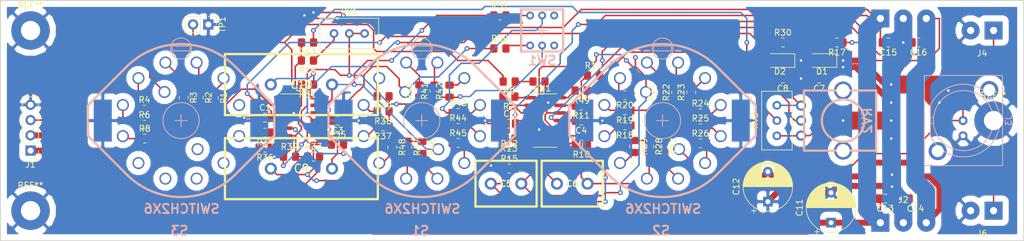
<source format=kicad_pcb>
(kicad_pcb (version 20171130) (host pcbnew 5.1.8-5.1.8)
  (layers (0 F.Cu signal) (31 B.Cu signal hide) (34 B.Paste user hide) (35 F.Paste user hide) (36 B.SilkS user) (37 F.SilkS user hide) (38 B.Mask user) (39 F.Mask user hide) (44 Edge.Cuts user))
  (net 0 "")
  (net 1 +5V)
  (net 2 GND)
  (net 3 -5V)
  (net 4 "Net-(C5-Pad1)")
  (net 5 "Net-(C5-Pad2)")
  (net 6 "Net-(C6-Pad2)")
  (net 7 "Net-(C6-Pad1)")
  (net 8 "Net-(C7-Pad1)")
  (net 9 "Net-(C8-Pad2)")
  (net 10 "Net-(C9-Pad2)")
  (net 11 "Net-(C9-Pad1)")
  (net 12 "Net-(C10-Pad1)")
  (net 13 "Net-(C10-Pad2)")
  (net 14 "Net-(J1-Pad3)")
  (net 15 "Net-(J3-Pad1)")
  (net 16 "Net-(R1-Pad2)")
  (net 17 "Net-(R1-Pad1)")
  (net 18 "Net-(R2-Pad1)")
  (net 19 "Net-(R3-Pad1)")
  (net 20 "Net-(R4-Pad1)")
  (net 21 "Net-(R5-Pad2)")
  (net 22 "Net-(R6-Pad1)")
  (net 23 "Net-(R18-Pad1)")
  (net 24 "Net-(R8-Pad1)")
  (net 25 "Net-(R9-Pad2)")
  (net 26 "Net-(R10-Pad1)")
  (net 27 "Net-(R12-Pad1)")
  (net 28 "Net-(R12-Pad2)")
  (net 29 "Net-(R14-Pad2)")
  (net 30 "Net-(R16-Pad1)")
  (net 31 "Net-(R18-Pad2)")
  (net 32 "Net-(R19-Pad2)")
  (net 33 "Net-(R20-Pad2)")
  (net 34 "Net-(R21-Pad2)")
  (net 35 "Net-(R22-Pad2)")
  (net 36 "Net-(R23-Pad2)")
  (net 37 "Net-(R24-Pad2)")
  (net 38 "Net-(R25-Pad2)")
  (net 39 "Net-(R26-Pad2)")
  (net 40 "Net-(R27-Pad2)")
  (net 41 "Net-(R28-Pad2)")
  (net 42 "Net-(R29-Pad2)")
  (net 43 "Net-(R31-Pad2)")
  (net 44 "Net-(R34-Pad1)")
  (net 45 "Net-(R34-Pad2)")
  (net 46 "Net-(R37-Pad2)")
  (net 47 "Net-(R38-Pad2)")
  (net 48 "Net-(R39-Pad2)")
  (net 49 "Net-(R40-Pad2)")
  (net 50 "Net-(R41-Pad2)")
  (net 51 "Net-(R42-Pad2)")
  (net 52 "Net-(R43-Pad2)")
  (net 53 "Net-(R44-Pad2)")
  (net 54 "Net-(R45-Pad2)")
  (net 55 "Net-(R46-Pad2)")
  (net 56 "Net-(R47-Pad2)")
  (net 57 "Net-(R48-Pad2)")
  (net 58 "Net-(R49-Pad2)")
  (net 59 "Net-(R52-Pad1)")
  (net 60 "Net-(R32-Pad1)")
  (net 61 "Net-(R50-Pad2)")
  (net 62 "Net-(R51-Pad2)")
  (net 63 "Net-(SW1-Pad1)")
  (net 64 "Net-(SW1-Pad4)")
  (net 65 "Net-(S1-Pad14)")
  (net 66 "Net-(S1-Pad13)")
  (net 67 "Net-(S3-Pad13)")
  (net 68 "Net-(S3-Pad2)")
  (net 69 "Net-(S3-Pad1)")
  (net 70 "Net-(S3-Pad6)")
  (net 71 "Net-(S3-Pad5)")
  (net 72 "Net-(S3-Pad4)")
  (net 73 "Net-(S3-Pad3)")
  (module local:SolderWirePad_1x03_P3.81mm_Drill1.2mm (layer F.Cu) (at 231.19 103)
    (fp_text reference J5 (at 3.81 -3.81) (layer F.SilkS))
    (fp_text value Conn_01x03)
    (pad 1 thru_hole rect (at 0 0) (size 2.99974 2.99974) (drill 1.19888) (layers *.Cu *.Mask) (net 1 +5V))
    (pad 2 thru_hole circle (at 3.81 0) (size 2.99974 2.99974) (drill 1.19888) (layers *.Cu *.Mask) (net 2 GND))
    (pad 3 thru_hole circle (at 7.62 0) (size 2.99974 2.99974) (drill 1.19888) (layers *.Cu *.Mask) (net 3 -5V))
  )
  (module local:SolderWirePad_1x03_P3.81mm_Drill1.2mm (layer F.Cu) (at 231.19 137)
    (fp_text reference J2 (at 3.81 -3.81) (layer F.SilkS))
    (fp_text value Conn_01x03)
    (pad 1 thru_hole rect (at 0 0) (size 2.99974 2.99974) (drill 1.19888) (layers *.Cu *.Mask) (net 1 +5V))
    (pad 2 thru_hole circle (at 3.81 0) (size 2.99974 2.99974) (drill 1.19888) (layers *.Cu *.Mask) (net 2 GND))
    (pad 3 thru_hole circle (at 7.62 0) (size 2.99974 2.99974) (drill 1.19888) (layers *.Cu *.Mask) (net 3 -5V))
  )
  (module local:SolderWirePad_1x02_P3.81mm_Drill1.2mm (layer F.Cu) (at 250 135 180)
    (fp_text reference J6 (at 1.905 -3.81) (layer F.SilkS))
    (fp_text value Conn_01x02)
    (pad 2 thru_hole circle (at 3.81 0 180) (size 2.99974 2.99974) (drill 1.19888) (layers *.Cu *.Mask) (net 2 GND))
    (pad 1 thru_hole rect (at 0 0 180) (size 2.99974 2.99974) (drill 1.19888) (layers *.Cu *.Mask) (net 15 "Net-(J3-Pad1)"))
  )
  (module local:SolderWirePad_1x02_P3.81mm_Drill1.2mm (layer F.Cu) (at 250 105 180)
    (fp_text reference J4 (at 1.905 -3.81) (layer F.SilkS))
    (fp_text value Conn_01x02)
    (pad 2 thru_hole circle (at 3.81 0 180) (size 2.99974 2.99974) (drill 1.19888) (layers *.Cu *.Mask) (net 2 GND))
    (pad 1 thru_hole rect (at 0 0 180) (size 2.99974 2.99974) (drill 1.19888) (layers *.Cu *.Mask) (net 15 "Net-(J3-Pad1)"))
  )
  (module MountingHole:MountingHole_3.2mm_M3_Pad (layer F.Cu) (at 90 135)
    (fp_text reference REF** (at 0 -4.2) (layer F.SilkS))
    (fp_text value MountingHole_3.2mm_M3_Pad)
    (pad 1 thru_hole circle (at 0 0) (size 6.4 6.4) (drill 3.2) (layers *.Cu *.Mask) (net 2 GND))
  )
  (module MountingHole:MountingHole_3.2mm_M3_Pad (layer F.Cu) (at 90 105)
    (fp_text reference REF** (at 0 -4.2) (layer F.SilkS))
    (fp_text value MountingHole_3.2mm_M3_Pad)
    (pad 1 thru_hole circle (at 0 0) (size 6.4 6.4) (drill 3.2) (layers *.Cu *.Mask) (net 2 GND))
  )
  (module k_switches:PS700 (layer B.Cu) (at 175 105)
    (fp_text reference SW1 (at 0 5) (layer B.SilkS) (effects (font (size 1.524 1.524) (thickness 0.3048)) (justify mirror)))
    (fp_text value SW_DPDT_x2 hide)
    (pad 6 thru_hole circle (at -1.99898 -2.49936) (size 1.30048 1.30048) (drill 0.70104) (layers *.Cu *.Mask) (net 62 "Net-(R51-Pad2)"))
    (pad 5 thru_hole circle (at 0 -2.49936) (size 1.30048 1.30048) (drill 0.70104) (layers *.Cu *.Mask) (net 11 "Net-(C9-Pad1)"))
    (pad 4 thru_hole circle (at 1.99898 -2.49936) (size 1.30048 1.30048) (drill 0.70104) (layers *.Cu *.Mask) (net 64 "Net-(SW1-Pad4)"))
    (pad 3 thru_hole circle (at -1.99898 2.49936) (size 1.30048 1.30048) (drill 0.70104) (layers *.Cu *.Mask) (net 61 "Net-(R50-Pad2)"))
    (pad 2 thru_hole circle (at 0 2.49936) (size 1.30048 1.30048) (drill 0.70104) (layers *.Cu *.Mask) (net 60 "Net-(R32-Pad1)"))
    (pad 1 thru_hole circle (at 1.99898 2.49936) (size 1.30048 1.30048) (drill 0.70104) (layers *.Cu *.Mask) (net 63 "Net-(SW1-Pad1)"))
  )
  (module k_switches:SR25P-1-2-6_mirrored (layer B.Cu) (at 195 120 180)
    (fp_text reference S2 (at 0.24892 -18.33118 180) (layer B.SilkS) (effects (font (size 1.524 1.524) (thickness 0.3048)) (justify mirror)))
    (fp_text value SWITCH2X6 (at -0.10922 -14.69898 180) (layer B.SilkS) (effects (font (size 1.524 1.524) (thickness 0.3048)) (justify mirror)))
    (pad 14 thru_hole circle (at 2.75082 4.75996 180) (size 1.99898 1.99898) (drill 1.50114) (layers *.Cu *.Mask) (net 5 "Net-(C5-Pad2)"))
    (pad 13 thru_hole circle (at -2.75082 -4.75996 180) (size 1.99898 1.99898) (drill 1.50114) (layers *.Cu *.Mask) (net 6 "Net-(C6-Pad2)"))
    (pad 2 thru_hole circle (at 2.5908 -9.65962 180) (size 1.99898 1.99898) (drill 1.50114) (layers *.Cu *.Mask) (net 41 "Net-(R28-Pad2)"))
    (pad 1 thru_hole circle (at 7.06882 -7.06882 180) (size 1.99898 1.99898) (drill 1.50114) (layers *.Cu *.Mask) (net 42 "Net-(R29-Pad2)"))
    (pad 12 thru_hole circle (at 9.65962 -2.5908 180) (size 1.99898 1.99898) (drill 1.50114) (layers *.Cu *.Mask) (net 31 "Net-(R18-Pad2)"))
    (pad 11 thru_hole circle (at 9.65962 2.5908 180) (size 1.99898 1.99898) (drill 1.50114) (layers *.Cu *.Mask) (net 32 "Net-(R19-Pad2)"))
    (pad 10 thru_hole circle (at 7.06882 7.06882 180) (size 1.99898 1.99898) (drill 1.50114) (layers *.Cu *.Mask) (net 33 "Net-(R20-Pad2)"))
    (pad 9 thru_hole circle (at 2.5908 9.65962 180) (size 1.99898 1.99898) (drill 1.50114) (layers *.Cu *.Mask) (net 34 "Net-(R21-Pad2)"))
    (pad 8 thru_hole circle (at -2.5908 9.65962 180) (size 1.99898 1.99898) (drill 1.50114) (layers *.Cu *.Mask) (net 35 "Net-(R22-Pad2)"))
    (pad 7 thru_hole circle (at -7.06882 7.06882 180) (size 1.99898 1.99898) (drill 1.50114) (layers *.Cu *.Mask) (net 36 "Net-(R23-Pad2)"))
    (pad 6 thru_hole circle (at -9.65962 2.5908 180) (size 1.99898 1.99898) (drill 1.50114) (layers *.Cu *.Mask) (net 37 "Net-(R24-Pad2)"))
    (pad 5 thru_hole circle (at -9.65962 -2.5908 180) (size 1.99898 1.99898) (drill 1.50114) (layers *.Cu *.Mask) (net 38 "Net-(R25-Pad2)"))
    (pad 4 thru_hole circle (at -7.06882 -7.06882 180) (size 1.99898 1.99898) (drill 1.50114) (layers *.Cu *.Mask) (net 39 "Net-(R26-Pad2)"))
    (pad 3 thru_hole circle (at -2.5908 -9.65962 180) (size 1.99898 1.99898) (drill 1.50114) (layers *.Cu *.Mask) (net 40 "Net-(R27-Pad2)"))
    (pad "" smd rect (at 13 0 180) (size 3 7) (layers B.Cu B.Paste B.Mask))
    (pad "" smd rect (at -13 0 180) (size 3 7) (layers B.Cu B.Paste B.Mask))
  )
  (module USSR_capacitors:71-7big (layer F.Cu) (at 135 114)
    (fp_text reference C10 (at 0 0) (layer F.SilkS) (effects (font (size 1.397 1.27) (thickness 0.2032))))
    (fp_text value 0,16 hide)
    (pad 1 thru_hole circle (at -5.08 0) (size 2 2) (drill 1.2) (layers *.Cu *.Mask) (net 12 "Net-(C10-Pad1)"))
    (pad 2 thru_hole circle (at 5.08 0) (size 2 2) (drill 1.2) (layers *.Cu *.Mask) (net 13 "Net-(C10-Pad2)"))
  )
  (module MountingHole:MountingHole_3.2mm_M3_Pad (layer F.Cu) (at 250 120)
    (fp_text reference REF** (at 0 -4.2) (layer F.SilkS))
    (fp_text value MountingHole_3.2mm_M3_Pad)
    (pad 1 thru_hole circle (at 0 0) (size 6.4 6.4) (drill 3.2) (layers *.Cu *.Mask) (net 2 GND))
  )
  (module USSR_capacitors:71-7small (layer F.Cu) (at 169 130.5)
    (fp_text reference C5 (at 0 0) (layer F.SilkS) (effects (font (size 1.016 1.016) (thickness 0.2032))))
    (fp_text value 1600 hide)
    (pad 1 thru_hole circle (at -2.54 0) (size 2 2) (drill 1.2) (layers *.Cu *.Mask) (net 4 "Net-(C5-Pad1)"))
    (pad 2 thru_hole circle (at 2.54 0) (size 2 2) (drill 1.2) (layers *.Cu *.Mask) (net 5 "Net-(C5-Pad2)"))
  )
  (module USSR_capacitors:71-7small (layer F.Cu) (at 180 130.5)
    (fp_text reference C6 (at 0 0) (layer F.SilkS) (effects (font (size 1.016 1.016) (thickness 0.2032))))
    (fp_text value 1600 hide)
    (pad 1 thru_hole circle (at -2.54 0) (size 2 2) (drill 1.2) (layers *.Cu *.Mask) (net 7 "Net-(C6-Pad1)"))
    (pad 2 thru_hole circle (at 2.54 0) (size 2 2) (drill 1.2) (layers *.Cu *.Mask) (net 6 "Net-(C6-Pad2)"))
  )
  (module USSR_capacitors:71-7big (layer F.Cu) (at 135 128)
    (fp_text reference C9 (at 0 0) (layer F.SilkS) (effects (font (size 1.397 1.27) (thickness 0.2032))))
    (fp_text value 0,16 hide)
    (pad 1 thru_hole circle (at -5.08 0) (size 2 2) (drill 1.2) (layers *.Cu *.Mask) (net 11 "Net-(C9-Pad1)"))
    (pad 2 thru_hole circle (at 5.08 0) (size 2 2) (drill 1.2) (layers *.Cu *.Mask) (net 10 "Net-(C9-Pad2)"))
  )
  (module Diode_SMD:D_1206_3216Metric_Pad1.42x1.75mm_HandSolder (layer F.Cu) (at 221.4875 110 180)
    (fp_text reference D1 (at 0 -1.82 180) (layer F.SilkS))
    (fp_text value 3,3V)
    (pad 2 smd roundrect (at 1.4875 0 180) (size 1.425 1.75) (layers F.Cu F.Paste F.Mask) (roundrect_rratio 0.1754385964912281) (net 2 GND))
    (pad 1 smd roundrect (at -1.4875 0 180) (size 1.425 1.75) (layers F.Cu F.Paste F.Mask) (roundrect_rratio 0.1754385964912281) (net 8 "Net-(C7-Pad1)"))
  )
  (module Diode_SMD:D_1206_3216Metric_Pad1.42x1.75mm_HandSolder (layer F.Cu) (at 214.5125 110 180)
    (fp_text reference D2 (at 0 -1.82 180) (layer F.SilkS))
    (fp_text value 3,3V)
    (pad 2 smd roundrect (at 1.4875 0 180) (size 1.425 1.75) (layers F.Cu F.Paste F.Mask) (roundrect_rratio 0.1754385964912281) (net 9 "Net-(C8-Pad2)"))
    (pad 1 smd roundrect (at -1.4875 0 180) (size 1.425 1.75) (layers F.Cu F.Paste F.Mask) (roundrect_rratio 0.1754385964912281) (net 2 GND))
  )
  (module k_plugs:BNC-7043 (layer B.Cu) (at 245 120 90)
    (fp_text reference J3 (at 0 7.5 90) (layer B.SilkS) (effects (justify mirror)))
    (fp_text value Conn_Coaxial hide)
    (pad 4 thru_hole circle (at -5.08 -4.28244 90) (size 3 3) (drill 2) (layers *.Cu *.Mask))
    (pad 3 thru_hole circle (at 5.08 4.28244 90) (size 3 3) (drill 2) (layers *.Cu *.Mask))
    (pad 2 thru_hole circle (at -2.54 -0.08 90) (size 1.5 1.5) (drill 0.8) (layers *.Cu *.Mask) (net 2 GND))
    (pad 1 thru_hole circle (at 0 -0.08 90) (size 1.5 1.5) (drill 0.8) (layers *.Cu *.Mask) (net 15 "Net-(J3-Pad1)"))
  )
  (module Potentiometer_THT:Potentiometer_Bourns_3296W_Vertical (layer F.Cu) (at 145.5 105.5)
    (fp_text reference RV1 (at -2.54 -3.66) (layer F.SilkS))
    (fp_text value 5,1k)
    (pad 3 thru_hole circle (at -5.08 0) (size 1.44 1.44) (drill 0.8) (layers *.Cu *.Mask) (net 30 "Net-(R16-Pad1)"))
    (pad 2 thru_hole circle (at -2.54 0) (size 1.44 1.44) (drill 0.8) (layers *.Cu *.Mask) (net 60 "Net-(R32-Pad1)"))
    (pad 1 thru_hole circle (at 0 0) (size 1.44 1.44) (drill 0.8) (layers *.Cu *.Mask) (net 60 "Net-(R32-Pad1)"))
  )
  (module k_POTs:POT_VERT (layer B.Cu) (at 225 120 90)
    (fp_text reference RV2 (at 0 4.0005 90) (layer B.SilkS) (effects (font (size 1.524 1.524) (thickness 0.3048)) (justify mirror)))
    (fp_text value 10k hide)
    (pad 5 thru_hole circle (at 5.00126 0 90) (size 2.99974 2.99974) (drill 2.19964) (layers *.Cu *.Mask))
    (pad 4 thru_hole circle (at -5.00126 0 90) (size 2.99974 2.99974) (drill 2.19964) (layers *.Cu *.Mask))
    (pad 3 thru_hole circle (at 2.49936 -7.00024 90) (size 1.69926 1.69926) (drill 1.00076) (layers *.Cu *.Mask) (net 9 "Net-(C8-Pad2)"))
    (pad 2 thru_hole circle (at 0 -7.00024 90) (size 1.69926 1.69926) (drill 1.00076) (layers *.Cu *.Mask) (net 29 "Net-(R14-Pad2)"))
    (pad 1 thru_hole circle (at -2.49936 -7.00024 90) (size 1.69926 1.69926) (drill 1.00076) (layers *.Cu *.Mask) (net 8 "Net-(C7-Pad1)"))
  )
  (module Package_SO:SOIC-14_3.9x8.7mm_P1.27mm (layer F.Cu) (at 175.5 120)
    (fp_text reference U1 (at 0 -5.375) (layer F.SilkS))
    (fp_text value TLC2274)
    (pad 14 smd roundrect (at 2.475 -3.81) (size 1.95 0.6) (layers F.Cu F.Paste F.Mask) (net 58 "Net-(R49-Pad2)"))
    (pad 13 smd roundrect (at 2.475 -2.54) (size 1.95 0.6) (layers F.Cu F.Paste F.Mask) (net 26 "Net-(R10-Pad1)"))
    (pad 12 smd roundrect (at 2.475 -1.27) (size 1.95 0.6) (layers F.Cu F.Paste F.Mask) (net 2 GND))
    (pad 11 smd roundrect (at 2.475 0) (size 1.95 0.6) (layers F.Cu F.Paste F.Mask) (net 3 -5V))
    (pad 10 smd roundrect (at 2.475 1.27) (size 1.95 0.6) (layers F.Cu F.Paste F.Mask) (net 2 GND))
    (pad 9 smd roundrect (at 2.475 2.54) (size 1.95 0.6) (layers F.Cu F.Paste F.Mask) (net 6 "Net-(C6-Pad2)"))
    (pad 8 smd roundrect (at 2.475 3.81) (size 1.95 0.6) (layers F.Cu F.Paste F.Mask) (net 7 "Net-(C6-Pad1)"))
    (pad 7 smd roundrect (at -2.475 3.81) (size 1.95 0.6) (layers F.Cu F.Paste F.Mask) (net 4 "Net-(C5-Pad1)"))
    (pad 6 smd roundrect (at -2.475 2.54) (size 1.95 0.6) (layers F.Cu F.Paste F.Mask) (net 5 "Net-(C5-Pad2)"))
    (pad 5 smd roundrect (at -2.475 1.27) (size 1.95 0.6) (layers F.Cu F.Paste F.Mask) (net 2 GND))
    (pad 4 smd roundrect (at -2.475 0) (size 1.95 0.6) (layers F.Cu F.Paste F.Mask) (net 1 +5V))
    (pad 3 smd roundrect (at -2.475 -1.27) (size 1.95 0.6) (layers F.Cu F.Paste F.Mask) (net 27 "Net-(R12-Pad1)"))
    (pad 2 smd roundrect (at -2.475 -2.54) (size 1.95 0.6) (layers F.Cu F.Paste F.Mask) (net 21 "Net-(R5-Pad2)"))
    (pad 1 smd roundrect (at -2.475 -3.81) (size 1.95 0.6) (layers F.Cu F.Paste F.Mask) (net 23 "Net-(R18-Pad1)"))
  )
  (module Package_SO:SOIC-14_3.9x8.7mm_P1.27mm (layer F.Cu) (at 135 120)
    (fp_text reference U2 (at 0 -5.375) (layer F.SilkS))
    (fp_text value TLC2274)
    (pad 14 smd roundrect (at 2.475 -3.81) (size 1.95 0.6) (layers F.Cu F.Paste F.Mask) (net 12 "Net-(C10-Pad1)"))
    (pad 13 smd roundrect (at 2.475 -2.54) (size 1.95 0.6) (layers F.Cu F.Paste F.Mask) (net 13 "Net-(C10-Pad2)"))
    (pad 12 smd roundrect (at 2.475 -1.27) (size 1.95 0.6) (layers F.Cu F.Paste F.Mask) (net 2 GND))
    (pad 11 smd roundrect (at 2.475 0) (size 1.95 0.6) (layers F.Cu F.Paste F.Mask) (net 3 -5V))
    (pad 10 smd roundrect (at 2.475 1.27) (size 1.95 0.6) (layers F.Cu F.Paste F.Mask) (net 2 GND))
    (pad 9 smd roundrect (at 2.475 2.54) (size 1.95 0.6) (layers F.Cu F.Paste F.Mask) (net 10 "Net-(C9-Pad2)"))
    (pad 8 smd roundrect (at 2.475 3.81) (size 1.95 0.6) (layers F.Cu F.Paste F.Mask) (net 11 "Net-(C9-Pad1)"))
    (pad 7 smd roundrect (at -2.475 3.81) (size 1.95 0.6) (layers F.Cu F.Paste F.Mask) (net 60 "Net-(R32-Pad1)"))
    (pad 6 smd roundrect (at -2.475 2.54) (size 1.95 0.6) (layers F.Cu F.Paste F.Mask) (net 43 "Net-(R31-Pad2)"))
    (pad 5 smd roundrect (at -2.475 1.27) (size 1.95 0.6) (layers F.Cu F.Paste F.Mask) (net 44 "Net-(R34-Pad1)"))
    (pad 4 smd roundrect (at -2.475 0) (size 1.95 0.6) (layers F.Cu F.Paste F.Mask) (net 1 +5V))
    (pad 3 smd roundrect (at -2.475 -1.27) (size 1.95 0.6) (layers F.Cu F.Paste F.Mask) (net 2 GND))
    (pad 2 smd roundrect (at -2.475 -2.54) (size 1.95 0.6) (layers F.Cu F.Paste F.Mask) (net 16 "Net-(R1-Pad2)"))
    (pad 1 smd roundrect (at -2.475 -3.81) (size 1.95 0.6) (layers F.Cu F.Paste F.Mask) (net 25 "Net-(R9-Pad2)"))
  )
  (module Capacitor_THT:CP_Radial_D8.0mm_P5.00mm (layer F.Cu) (at 223 137 90)
    (fp_text reference C11 (at 2.5 -5.25 90) (layer F.SilkS))
    (fp_text value 100,0x16V)
    (pad 2 thru_hole circle (at 5 0 90) (size 1.6 1.6) (drill 0.8) (layers *.Cu *.Mask) (net 2 GND))
    (pad 1 thru_hole rect (at 0 0 90) (size 1.6 1.6) (drill 0.8) (layers *.Cu *.Mask) (net 1 +5V))
  )
  (module Capacitor_THT:CP_Radial_D8.0mm_P5.00mm (layer F.Cu) (at 212.5 133.5 90)
    (fp_text reference C12 (at 2.5 -5.25 90) (layer F.SilkS))
    (fp_text value 100,0x16V)
    (pad 2 thru_hole circle (at 5 0 90) (size 1.6 1.6) (drill 0.8) (layers *.Cu *.Mask) (net 3 -5V))
    (pad 1 thru_hole rect (at 0 0 90) (size 1.6 1.6) (drill 0.8) (layers *.Cu *.Mask) (net 2 GND))
  )
  (module k_switches:SR25P-1-2-6_mirrored (layer B.Cu) (at 155 120 180)
    (fp_text reference S1 (at 0.24892 -18.33118 180) (layer B.SilkS) (effects (font (size 1.524 1.524) (thickness 0.3048)) (justify mirror)))
    (fp_text value SWITCH2X6 (at -0.10922 -14.69898 180) (layer B.SilkS) (effects (font (size 1.524 1.524) (thickness 0.3048)) (justify mirror)))
    (pad 14 thru_hole circle (at 2.75082 4.75996 180) (size 1.99898 1.99898) (drill 1.50114) (layers *.Cu *.Mask) (net 65 "Net-(S1-Pad14)"))
    (pad 13 thru_hole circle (at -2.75082 -4.75996 180) (size 1.99898 1.99898) (drill 1.50114) (layers *.Cu *.Mask) (net 66 "Net-(S1-Pad13)"))
    (pad 2 thru_hole circle (at 2.5908 -9.65962 180) (size 1.99898 1.99898) (drill 1.50114) (layers *.Cu *.Mask) (net 56 "Net-(R47-Pad2)"))
    (pad 1 thru_hole circle (at 7.06882 -7.06882 180) (size 1.99898 1.99898) (drill 1.50114) (layers *.Cu *.Mask) (net 57 "Net-(R48-Pad2)"))
    (pad 12 thru_hole circle (at 9.65962 -2.5908 180) (size 1.99898 1.99898) (drill 1.50114) (layers *.Cu *.Mask) (net 46 "Net-(R37-Pad2)"))
    (pad 11 thru_hole circle (at 9.65962 2.5908 180) (size 1.99898 1.99898) (drill 1.50114) (layers *.Cu *.Mask) (net 47 "Net-(R38-Pad2)"))
    (pad 10 thru_hole circle (at 7.06882 7.06882 180) (size 1.99898 1.99898) (drill 1.50114) (layers *.Cu *.Mask) (net 48 "Net-(R39-Pad2)"))
    (pad 9 thru_hole circle (at 2.5908 9.65962 180) (size 1.99898 1.99898) (drill 1.50114) (layers *.Cu *.Mask) (net 49 "Net-(R40-Pad2)"))
    (pad 8 thru_hole circle (at -2.5908 9.65962 180) (size 1.99898 1.99898) (drill 1.50114) (layers *.Cu *.Mask) (net 50 "Net-(R41-Pad2)"))
    (pad 7 thru_hole circle (at -7.06882 7.06882 180) (size 1.99898 1.99898) (drill 1.50114) (layers *.Cu *.Mask) (net 51 "Net-(R42-Pad2)"))
    (pad 6 thru_hole circle (at -9.65962 2.5908 180) (size 1.99898 1.99898) (drill 1.50114) (layers *.Cu *.Mask) (net 52 "Net-(R43-Pad2)"))
    (pad 5 thru_hole circle (at -9.65962 -2.5908 180) (size 1.99898 1.99898) (drill 1.50114) (layers *.Cu *.Mask) (net 53 "Net-(R44-Pad2)"))
    (pad 4 thru_hole circle (at -7.06882 -7.06882 180) (size 1.99898 1.99898) (drill 1.50114) (layers *.Cu *.Mask) (net 54 "Net-(R45-Pad2)"))
    (pad 3 thru_hole circle (at -2.5908 -9.65962 180) (size 1.99898 1.99898) (drill 1.50114) (layers *.Cu *.Mask) (net 55 "Net-(R46-Pad2)"))
    (pad "" smd rect (at 13 0 180) (size 3 7) (layers B.Cu B.Paste B.Mask))
    (pad "" smd rect (at -13 0 180) (size 3 7) (layers B.Cu B.Paste B.Mask))
  )
  (module k_switches:SR25P-1-2-6_mirrored (layer B.Cu) (at 115 120 180)
    (fp_text reference S3 (at 0.24892 -18.33118 180) (layer B.SilkS) (effects (font (size 1.524 1.524) (thickness 0.3048)) (justify mirror)))
    (fp_text value SWITCH2X6 (at -0.10922 -14.69898 180) (layer B.SilkS) (effects (font (size 1.524 1.524) (thickness 0.3048)) (justify mirror)))
    (pad 14 thru_hole circle (at 2.75082 4.75996 180) (size 1.99898 1.99898) (drill 1.50114) (layers *.Cu *.Mask) (net 25 "Net-(R9-Pad2)"))
    (pad 13 thru_hole circle (at -2.75082 -4.75996 180) (size 1.99898 1.99898) (drill 1.50114) (layers *.Cu *.Mask) (net 67 "Net-(S3-Pad13)"))
    (pad 2 thru_hole circle (at 2.5908 -9.65962 180) (size 1.99898 1.99898) (drill 1.50114) (layers *.Cu *.Mask) (net 68 "Net-(S3-Pad2)"))
    (pad 1 thru_hole circle (at 7.06882 -7.06882 180) (size 1.99898 1.99898) (drill 1.50114) (layers *.Cu *.Mask) (net 69 "Net-(S3-Pad1)"))
    (pad 12 thru_hole circle (at 9.65962 -2.5908 180) (size 1.99898 1.99898) (drill 1.50114) (layers *.Cu *.Mask) (net 24 "Net-(R8-Pad1)"))
    (pad 11 thru_hole circle (at 9.65962 2.5908 180) (size 1.99898 1.99898) (drill 1.50114) (layers *.Cu *.Mask) (net 22 "Net-(R6-Pad1)"))
    (pad 10 thru_hole circle (at 7.06882 7.06882 180) (size 1.99898 1.99898) (drill 1.50114) (layers *.Cu *.Mask) (net 20 "Net-(R4-Pad1)"))
    (pad 9 thru_hole circle (at 2.5908 9.65962 180) (size 1.99898 1.99898) (drill 1.50114) (layers *.Cu *.Mask) (net 19 "Net-(R3-Pad1)"))
    (pad 8 thru_hole circle (at -2.5908 9.65962 180) (size 1.99898 1.99898) (drill 1.50114) (layers *.Cu *.Mask) (net 18 "Net-(R2-Pad1)"))
    (pad 7 thru_hole circle (at -7.06882 7.06882 180) (size 1.99898 1.99898) (drill 1.50114) (layers *.Cu *.Mask) (net 17 "Net-(R1-Pad1)"))
    (pad 6 thru_hole circle (at -9.65962 2.5908 180) (size 1.99898 1.99898) (drill 1.50114) (layers *.Cu *.Mask) (net 70 "Net-(S3-Pad6)"))
    (pad 5 thru_hole circle (at -9.65962 -2.5908 180) (size 1.99898 1.99898) (drill 1.50114) (layers *.Cu *.Mask) (net 71 "Net-(S3-Pad5)"))
    (pad 4 thru_hole circle (at -7.06882 -7.06882 180) (size 1.99898 1.99898) (drill 1.50114) (layers *.Cu *.Mask) (net 72 "Net-(S3-Pad4)"))
    (pad 3 thru_hole circle (at -2.5908 -9.65962 180) (size 1.99898 1.99898) (drill 1.50114) (layers *.Cu *.Mask) (net 73 "Net-(S3-Pad3)"))
    (pad "" smd rect (at 13 0 180) (size 3 7) (layers B.Cu B.Paste B.Mask))
    (pad "" smd rect (at -13 0 180) (size 3 7) (layers B.Cu B.Paste B.Mask))
  )
  (module Potentiometer_THT:Potentiometer_Bourns_3296W_Vertical (layer F.Cu) (at 214 117.46 90)
    (fp_text reference RV3 (at -2.54 -3.66 90) (layer F.SilkS))
    (fp_text value 5,1k)
    (pad 3 thru_hole circle (at -5.08 0 90) (size 1.44 1.44) (drill 0.8) (layers *.Cu *.Mask) (net 8 "Net-(C7-Pad1)"))
    (pad 2 thru_hole circle (at -2.54 0 90) (size 1.44 1.44) (drill 0.8) (layers *.Cu *.Mask) (net 59 "Net-(R52-Pad1)"))
    (pad 1 thru_hole circle (at 0 0 90) (size 1.44 1.44) (drill 0.8) (layers *.Cu *.Mask) (net 9 "Net-(C8-Pad2)"))
  )
  (module Connector_PinHeader_2.54mm:PinHeader_1x02_P2.54mm_Vertical (layer F.Cu) (at 119.54 104 270)
    (fp_text reference TP1 (at 0 -2.33 270) (layer F.SilkS))
    (fp_text value TestPoint_2Pole)
    (pad 2 thru_hole oval (at 0 2.54 270) (size 1.7 1.7) (drill 1) (layers *.Cu *.Mask) (net 25 "Net-(R9-Pad2)"))
    (pad 1 thru_hole rect (at 0 0 270) (size 1.7 1.7) (drill 1) (layers *.Cu *.Mask) (net 2 GND))
  )
  (module Connector_PinHeader_2.54mm:PinHeader_1x04_P2.54mm_Vertical (layer F.Cu) (at 90 125 180)
    (fp_text reference J1 (at 0 -2.33 180) (layer F.SilkS))
    (fp_text value Conn_01x04)
    (pad 4 thru_hole oval (at 0 7.62 180) (size 1.7 1.7) (drill 1) (layers *.Cu *.Mask) (net 2 GND))
    (pad 3 thru_hole oval (at 0 5.08 180) (size 1.7 1.7) (drill 1) (layers *.Cu *.Mask) (net 14 "Net-(J1-Pad3)"))
    (pad 2 thru_hole oval (at 0 2.54 180) (size 1.7 1.7) (drill 1) (layers *.Cu *.Mask) (net 3 -5V))
    (pad 1 thru_hole rect (at 0 0 180) (size 1.7 1.7) (drill 1) (layers *.Cu *.Mask) (net 1 +5V))
  )
  (module Capacitor_SMD:C_0805_2012Metric_Pad1.18x1.45mm_HandSolder (layer F.Cu) (at 128.975 119.5)
    (fp_text reference C1 (at 0 -1.65) (layer F.SilkS))
    (fp_text value 0,1)
    (pad 2 smd roundrect (at 1.0375 0) (size 1.175 1.45) (layers F.Cu F.Paste F.Mask) (roundrect_rratio 0.2127659574468085) (net 1 +5V))
    (pad 1 smd roundrect (at -1.0375 0) (size 1.175 1.45) (layers F.Cu F.Paste F.Mask) (roundrect_rratio 0.2127659574468085) (net 2 GND))
  )
  (module Capacitor_SMD:C_0805_2012Metric_Pad1.18x1.45mm_HandSolder (layer F.Cu) (at 169.525 120.5)
    (fp_text reference C2 (at 0 -1.65) (layer F.SilkS))
    (fp_text value 0,1)
    (pad 2 smd roundrect (at 1.0375 0) (size 1.175 1.45) (layers F.Cu F.Paste F.Mask) (roundrect_rratio 0.2127659574468085) (net 1 +5V))
    (pad 1 smd roundrect (at -1.0375 0) (size 1.175 1.45) (layers F.Cu F.Paste F.Mask) (roundrect_rratio 0.2127659574468085) (net 2 GND))
  )
  (module Capacitor_SMD:C_0805_2012Metric_Pad1.18x1.45mm_HandSolder (layer F.Cu) (at 141.025 120 180)
    (fp_text reference C3 (at 0 -1.65 180) (layer F.SilkS))
    (fp_text value 0,1)
    (pad 2 smd roundrect (at 1.0375 0 180) (size 1.175 1.45) (layers F.Cu F.Paste F.Mask) (roundrect_rratio 0.2127659574468085) (net 3 -5V))
    (pad 1 smd roundrect (at -1.0375 0 180) (size 1.175 1.45) (layers F.Cu F.Paste F.Mask) (roundrect_rratio 0.2127659574468085) (net 2 GND))
  )
  (module Capacitor_SMD:C_0805_2012Metric_Pad1.18x1.45mm_HandSolder (layer F.Cu) (at 181.5 120 180)
    (fp_text reference C4 (at 0 -1.65 180) (layer F.SilkS))
    (fp_text value 0,1)
    (pad 2 smd roundrect (at 1.0375 0 180) (size 1.175 1.45) (layers F.Cu F.Paste F.Mask) (roundrect_rratio 0.2127659574468085) (net 3 -5V))
    (pad 1 smd roundrect (at -1.0375 0 180) (size 1.175 1.45) (layers F.Cu F.Paste F.Mask) (roundrect_rratio 0.2127659574468085) (net 2 GND))
  )
  (module Capacitor_SMD:C_0805_2012Metric_Pad1.18x1.45mm_HandSolder (layer F.Cu) (at 221.025 113 180)
    (fp_text reference C7 (at 0 -1.65 180) (layer F.SilkS))
    (fp_text value 0,1)
    (pad 2 smd roundrect (at 1.0375 0 180) (size 1.175 1.45) (layers F.Cu F.Paste F.Mask) (roundrect_rratio 0.2127659574468085) (net 2 GND))
    (pad 1 smd roundrect (at -1.0375 0 180) (size 1.175 1.45) (layers F.Cu F.Paste F.Mask) (roundrect_rratio 0.2127659574468085) (net 8 "Net-(C7-Pad1)"))
  )
  (module Capacitor_SMD:C_0805_2012Metric_Pad1.18x1.45mm_HandSolder (layer F.Cu) (at 214.975 113 180)
    (fp_text reference C8 (at 0 -1.65 180) (layer F.SilkS))
    (fp_text value 0,1)
    (pad 2 smd roundrect (at 1.0375 0 180) (size 1.175 1.45) (layers F.Cu F.Paste F.Mask) (roundrect_rratio 0.2127659574468085) (net 9 "Net-(C8-Pad2)"))
    (pad 1 smd roundrect (at -1.0375 0 180) (size 1.175 1.45) (layers F.Cu F.Paste F.Mask) (roundrect_rratio 0.2127659574468085) (net 2 GND))
  )
  (module Capacitor_SMD:C_0805_2012Metric_Pad1.18x1.45mm_HandSolder (layer F.Cu) (at 232 133 180)
    (fp_text reference C13 (at 0 -1.65 180) (layer F.SilkS))
    (fp_text value 0,1)
    (pad 2 smd roundrect (at 1.0375 0 180) (size 1.175 1.45) (layers F.Cu F.Paste F.Mask) (roundrect_rratio 0.2127659574468085) (net 1 +5V))
    (pad 1 smd roundrect (at -1.0375 0 180) (size 1.175 1.45) (layers F.Cu F.Paste F.Mask) (roundrect_rratio 0.2127659574468085) (net 2 GND))
  )
  (module Capacitor_SMD:C_0805_2012Metric_Pad1.18x1.45mm_HandSolder (layer F.Cu) (at 237.025 133 180)
    (fp_text reference C14 (at 0 -1.65 180) (layer F.SilkS))
    (fp_text value 0,1)
    (pad 2 smd roundrect (at 1.0375 0 180) (size 1.175 1.45) (layers F.Cu F.Paste F.Mask) (roundrect_rratio 0.2127659574468085) (net 2 GND))
    (pad 1 smd roundrect (at -1.0375 0 180) (size 1.175 1.45) (layers F.Cu F.Paste F.Mask) (roundrect_rratio 0.2127659574468085) (net 3 -5V))
  )
  (module Resistor_SMD:R_0805_2012Metric_Pad1.20x1.40mm_HandSolder (layer F.Cu) (at 120.446043 116.221281 270)
    (fp_text reference R1 (at 0 -1.65 270) (layer F.SilkS))
    (fp_text value 3k)
    (pad 2 smd roundrect (at 1 0 270) (size 1.2 1.4) (layers F.Cu F.Paste F.Mask) (roundrect_rratio 0.2083325) (net 16 "Net-(R1-Pad2)"))
    (pad 1 smd roundrect (at -1 0 270) (size 1.2 1.4) (layers F.Cu F.Paste F.Mask) (roundrect_rratio 0.2083325) (net 17 "Net-(R1-Pad1)"))
  )
  (module Resistor_SMD:R_0805_2012Metric_Pad1.20x1.40mm_HandSolder (layer F.Cu) (at 117.946043 116.171281 270)
    (fp_text reference R2 (at 0 -1.65 270) (layer F.SilkS))
    (fp_text value 10k)
    (pad 2 smd roundrect (at 1 0 270) (size 1.2 1.4) (layers F.Cu F.Paste F.Mask) (roundrect_rratio 0.2083325) (net 16 "Net-(R1-Pad2)"))
    (pad 1 smd roundrect (at -1 0 270) (size 1.2 1.4) (layers F.Cu F.Paste F.Mask) (roundrect_rratio 0.2083325) (net 18 "Net-(R2-Pad1)"))
  )
  (module Resistor_SMD:R_0805_2012Metric_Pad1.20x1.40mm_HandSolder (layer F.Cu) (at 115.446043 116.171281 270)
    (fp_text reference R3 (at 0 -1.65 270) (layer F.SilkS))
    (fp_text value 30k)
    (pad 2 smd roundrect (at 1 0 270) (size 1.2 1.4) (layers F.Cu F.Paste F.Mask) (roundrect_rratio 0.2083325) (net 16 "Net-(R1-Pad2)"))
    (pad 1 smd roundrect (at -1 0 270) (size 1.2 1.4) (layers F.Cu F.Paste F.Mask) (roundrect_rratio 0.2083325) (net 19 "Net-(R3-Pad1)"))
  )
  (module Resistor_SMD:R_0805_2012Metric_Pad1.20x1.40mm_HandSolder (layer F.Cu) (at 108.921043 118.196281)
    (fp_text reference R4 (at 0 -1.65) (layer F.SilkS))
    (fp_text value 100k)
    (pad 2 smd roundrect (at 1 0) (size 1.2 1.4) (layers F.Cu F.Paste F.Mask) (roundrect_rratio 0.2083325) (net 16 "Net-(R1-Pad2)"))
    (pad 1 smd roundrect (at -1 0) (size 1.2 1.4) (layers F.Cu F.Paste F.Mask) (roundrect_rratio 0.2083325) (net 20 "Net-(R4-Pad1)"))
  )
  (module Resistor_SMD:R_0805_2012Metric_Pad1.20x1.40mm_HandSolder (layer F.Cu) (at 174.475 113.5 180)
    (fp_text reference R5 (at 0 -1.65 180) (layer F.SilkS))
    (fp_text value 30k)
    (pad 2 smd roundrect (at 1 0 180) (size 1.2 1.4) (layers F.Cu F.Paste F.Mask) (roundrect_rratio 0.2083325) (net 21 "Net-(R5-Pad2)"))
    (pad 1 smd roundrect (at -1 0 180) (size 1.2 1.4) (layers F.Cu F.Paste F.Mask) (roundrect_rratio 0.2083325) (net 7 "Net-(C6-Pad1)"))
  )
  (module Resistor_SMD:R_0805_2012Metric_Pad1.20x1.40mm_HandSolder (layer F.Cu) (at 108.921043 120.696281)
    (fp_text reference R6 (at 0 -1.65) (layer F.SilkS))
    (fp_text value 300k)
    (pad 2 smd roundrect (at 1 0) (size 1.2 1.4) (layers F.Cu F.Paste F.Mask) (roundrect_rratio 0.2083325) (net 16 "Net-(R1-Pad2)"))
    (pad 1 smd roundrect (at -1 0) (size 1.2 1.4) (layers F.Cu F.Paste F.Mask) (roundrect_rratio 0.2083325) (net 22 "Net-(R6-Pad1)"))
  )
  (module Resistor_SMD:R_0805_2012Metric_Pad1.20x1.40mm_HandSolder (layer F.Cu) (at 169.475 116 180)
    (fp_text reference R7 (at 0 -1.65 180) (layer F.SilkS))
    (fp_text value 30k)
    (pad 2 smd roundrect (at 1 0 180) (size 1.2 1.4) (layers F.Cu F.Paste F.Mask) (roundrect_rratio 0.2083325) (net 21 "Net-(R5-Pad2)"))
    (pad 1 smd roundrect (at -1 0 180) (size 1.2 1.4) (layers F.Cu F.Paste F.Mask) (roundrect_rratio 0.2083325) (net 23 "Net-(R18-Pad1)"))
  )
  (module Resistor_SMD:R_0805_2012Metric_Pad1.20x1.40mm_HandSolder (layer F.Cu) (at 108.975 123)
    (fp_text reference R8 (at 0 -1.65) (layer F.SilkS))
    (fp_text value 1M)
    (pad 2 smd roundrect (at 1 0) (size 1.2 1.4) (layers F.Cu F.Paste F.Mask) (roundrect_rratio 0.2083325) (net 16 "Net-(R1-Pad2)"))
    (pad 1 smd roundrect (at -1 0) (size 1.2 1.4) (layers F.Cu F.Paste F.Mask) (roundrect_rratio 0.2083325) (net 24 "Net-(R8-Pad1)"))
  )
  (module Resistor_SMD:R_0805_2012Metric_Pad1.20x1.40mm_HandSolder (layer F.Cu) (at 169.525 113.5 180)
    (fp_text reference R9 (at 0 -1.65 180) (layer F.SilkS))
    (fp_text value 30k)
    (pad 2 smd roundrect (at 1 0 180) (size 1.2 1.4) (layers F.Cu F.Paste F.Mask) (roundrect_rratio 0.2083325) (net 25 "Net-(R9-Pad2)"))
    (pad 1 smd roundrect (at -1 0 180) (size 1.2 1.4) (layers F.Cu F.Paste F.Mask) (roundrect_rratio 0.2083325) (net 21 "Net-(R5-Pad2)"))
  )
  (module Resistor_SMD:R_0805_2012Metric_Pad1.20x1.40mm_HandSolder (layer F.Cu) (at 181.525 124 180)
    (fp_text reference R10 (at 0 -1.65 180) (layer F.SilkS))
    (fp_text value 3k)
    (pad 2 smd roundrect (at 1 0 180) (size 1.2 1.4) (layers F.Cu F.Paste F.Mask) (roundrect_rratio 0.2083325) (net 7 "Net-(C6-Pad1)"))
    (pad 1 smd roundrect (at -1 0 180) (size 1.2 1.4) (layers F.Cu F.Paste F.Mask) (roundrect_rratio 0.2083325) (net 26 "Net-(R10-Pad1)"))
  )
  (module Resistor_SMD:R_0805_2012Metric_Pad1.20x1.40mm_HandSolder (layer F.Cu) (at 181.475 117.5 180)
    (fp_text reference R11 (at 0 -1.65 180) (layer F.SilkS))
    (fp_text value 30k)
    (pad 2 smd roundrect (at 1 0 180) (size 1.2 1.4) (layers F.Cu F.Paste F.Mask) (roundrect_rratio 0.2083325) (net 26 "Net-(R10-Pad1)"))
    (pad 1 smd roundrect (at -1 0 180) (size 1.2 1.4) (layers F.Cu F.Paste F.Mask) (roundrect_rratio 0.2083325) (net 15 "Net-(J3-Pad1)"))
  )
  (module Resistor_SMD:R_0805_2012Metric_Pad1.20x1.40mm_HandSolder (layer F.Cu) (at 169.525 125.5)
    (fp_text reference R12 (at 0 -1.65) (layer F.SilkS))
    (fp_text value 24k)
    (pad 2 smd roundrect (at 1 0) (size 1.2 1.4) (layers F.Cu F.Paste F.Mask) (roundrect_rratio 0.2083325) (net 28 "Net-(R12-Pad2)"))
    (pad 1 smd roundrect (at -1 0) (size 1.2 1.4) (layers F.Cu F.Paste F.Mask) (roundrect_rratio 0.2083325) (net 27 "Net-(R12-Pad1)"))
  )
  (module Resistor_SMD:R_0805_2012Metric_Pad1.20x1.40mm_HandSolder (layer F.Cu) (at 169.475 123 180)
    (fp_text reference R13 (at 0 -1.65 180) (layer F.SilkS))
    (fp_text value 30k)
    (pad 2 smd roundrect (at 1 0 180) (size 1.2 1.4) (layers F.Cu F.Paste F.Mask) (roundrect_rratio 0.2083325) (net 27 "Net-(R12-Pad1)"))
    (pad 1 smd roundrect (at -1 0 180) (size 1.2 1.4) (layers F.Cu F.Paste F.Mask) (roundrect_rratio 0.2083325) (net 4 "Net-(C5-Pad1)"))
  )
  (module Resistor_SMD:R_0805_2012Metric_Pad1.20x1.40mm_HandSolder (layer F.Cu) (at 169.525 128)
    (fp_text reference R15 (at 0 -1.65) (layer F.SilkS))
    (fp_text value 2,7k)
    (pad 2 smd roundrect (at 1 0) (size 1.2 1.4) (layers F.Cu F.Paste F.Mask) (roundrect_rratio 0.2083325) (net 28 "Net-(R12-Pad2)"))
    (pad 1 smd roundrect (at -1 0) (size 1.2 1.4) (layers F.Cu F.Paste F.Mask) (roundrect_rratio 0.2083325) (net 2 GND))
  )
  (module Resistor_SMD:R_0805_2012Metric_Pad1.20x1.40mm_HandSolder (layer F.Cu) (at 136 110 180)
    (fp_text reference R16 (at 0 -1.65 180) (layer F.SilkS))
    (fp_text value 7,5k)
    (pad 2 smd roundrect (at 1 0 180) (size 1.2 1.4) (layers F.Cu F.Paste F.Mask) (roundrect_rratio 0.2083325) (net 16 "Net-(R1-Pad2)"))
    (pad 1 smd roundrect (at -1 0 180) (size 1.2 1.4) (layers F.Cu F.Paste F.Mask) (roundrect_rratio 0.2083325) (net 30 "Net-(R16-Pad1)"))
  )
  (module Resistor_SMD:R_0805_2012Metric_Pad1.20x1.40mm_HandSolder (layer F.Cu) (at 223.975 107 180)
    (fp_text reference R17 (at 0 -1.65 180) (layer F.SilkS))
    (fp_text value 330)
    (pad 2 smd roundrect (at 1 0 180) (size 1.2 1.4) (layers F.Cu F.Paste F.Mask) (roundrect_rratio 0.2083325) (net 8 "Net-(C7-Pad1)"))
    (pad 1 smd roundrect (at -1 0 180) (size 1.2 1.4) (layers F.Cu F.Paste F.Mask) (roundrect_rratio 0.2083325) (net 1 +5V))
  )
  (module Resistor_SMD:R_0805_2012Metric_Pad1.20x1.40mm_HandSolder (layer F.Cu) (at 188.749385 120.787269 180)
    (fp_text reference R18 (at 0 -1.65 180) (layer F.SilkS))
    (fp_text value 3M)
    (pad 2 smd roundrect (at 1 0 180) (size 1.2 1.4) (layers F.Cu F.Paste F.Mask) (roundrect_rratio 0.2083325) (net 31 "Net-(R18-Pad2)"))
    (pad 1 smd roundrect (at -1 0 180) (size 1.2 1.4) (layers F.Cu F.Paste F.Mask) (roundrect_rratio 0.2083325) (net 23 "Net-(R18-Pad1)"))
  )
  (module Resistor_SMD:R_0805_2012Metric_Pad1.20x1.40mm_HandSolder (layer F.Cu) (at 188.749385 118.287269 180)
    (fp_text reference R19 (at 0 -1.65 180) (layer F.SilkS))
    (fp_text value 1M)
    (pad 2 smd roundrect (at 1 0 180) (size 1.2 1.4) (layers F.Cu F.Paste F.Mask) (roundrect_rratio 0.2083325) (net 32 "Net-(R19-Pad2)"))
    (pad 1 smd roundrect (at -1 0 180) (size 1.2 1.4) (layers F.Cu F.Paste F.Mask) (roundrect_rratio 0.2083325) (net 23 "Net-(R18-Pad1)"))
  )
  (module Resistor_SMD:R_0805_2012Metric_Pad1.20x1.40mm_HandSolder (layer F.Cu) (at 188.749385 115.787269 180)
    (fp_text reference R20 (at 0 -1.65 180) (layer F.SilkS))
    (fp_text value 300k)
    (pad 2 smd roundrect (at 1 0 180) (size 1.2 1.4) (layers F.Cu F.Paste F.Mask) (roundrect_rratio 0.2083325) (net 33 "Net-(R20-Pad2)"))
    (pad 1 smd roundrect (at -1 0 180) (size 1.2 1.4) (layers F.Cu F.Paste F.Mask) (roundrect_rratio 0.2083325) (net 23 "Net-(R18-Pad1)"))
  )
  (module Resistor_SMD:R_0805_2012Metric_Pad1.20x1.40mm_HandSolder (layer F.Cu) (at 194.774385 115.312269 90)
    (fp_text reference R21 (at 0 -1.65 90) (layer F.SilkS))
    (fp_text value 100k)
    (pad 2 smd roundrect (at 1 0 90) (size 1.2 1.4) (layers F.Cu F.Paste F.Mask) (roundrect_rratio 0.2083325) (net 34 "Net-(R21-Pad2)"))
    (pad 1 smd roundrect (at -1 0 90) (size 1.2 1.4) (layers F.Cu F.Paste F.Mask) (roundrect_rratio 0.2083325) (net 23 "Net-(R18-Pad1)"))
  )
  (module Resistor_SMD:R_0805_2012Metric_Pad1.20x1.40mm_HandSolder (layer F.Cu) (at 197.274385 115.312269 90)
    (fp_text reference R22 (at 0 -1.65 90) (layer F.SilkS))
    (fp_text value 30k)
    (pad 2 smd roundrect (at 1 0 90) (size 1.2 1.4) (layers F.Cu F.Paste F.Mask) (roundrect_rratio 0.2083325) (net 35 "Net-(R22-Pad2)"))
    (pad 1 smd roundrect (at -1 0 90) (size 1.2 1.4) (layers F.Cu F.Paste F.Mask) (roundrect_rratio 0.2083325) (net 23 "Net-(R18-Pad1)"))
  )
  (module Resistor_SMD:R_0805_2012Metric_Pad1.20x1.40mm_HandSolder (layer F.Cu) (at 199.774385 115.287269 90)
    (fp_text reference R23 (at 0 -1.65 90) (layer F.SilkS))
    (fp_text value 10k)
    (pad 2 smd roundrect (at 1 0 90) (size 1.2 1.4) (layers F.Cu F.Paste F.Mask) (roundrect_rratio 0.2083325) (net 36 "Net-(R23-Pad2)"))
    (pad 1 smd roundrect (at -1 0 90) (size 1.2 1.4) (layers F.Cu F.Paste F.Mask) (roundrect_rratio 0.2083325) (net 23 "Net-(R18-Pad1)"))
  )
  (module Resistor_SMD:R_0805_2012Metric_Pad1.20x1.40mm_HandSolder (layer F.Cu) (at 201.299385 118.787269)
    (fp_text reference R24 (at 0 -1.65) (layer F.SilkS))
    (fp_text value 3M)
    (pad 2 smd roundrect (at 1 0) (size 1.2 1.4) (layers F.Cu F.Paste F.Mask) (roundrect_rratio 0.2083325) (net 37 "Net-(R24-Pad2)"))
    (pad 1 smd roundrect (at -1 0) (size 1.2 1.4) (layers F.Cu F.Paste F.Mask) (roundrect_rratio 0.2083325) (net 4 "Net-(C5-Pad1)"))
  )
  (module Resistor_SMD:R_0805_2012Metric_Pad1.20x1.40mm_HandSolder (layer F.Cu) (at 201.299385 121.287269)
    (fp_text reference R25 (at 0 -1.65) (layer F.SilkS))
    (fp_text value 1M)
    (pad 2 smd roundrect (at 1 0) (size 1.2 1.4) (layers F.Cu F.Paste F.Mask) (roundrect_rratio 0.2083325) (net 38 "Net-(R25-Pad2)"))
    (pad 1 smd roundrect (at -1 0) (size 1.2 1.4) (layers F.Cu F.Paste F.Mask) (roundrect_rratio 0.2083325) (net 4 "Net-(C5-Pad1)"))
  )
  (module Resistor_SMD:R_0805_2012Metric_Pad1.20x1.40mm_HandSolder (layer F.Cu) (at 201.299385 123.787269)
    (fp_text reference R26 (at 0 -1.65) (layer F.SilkS))
    (fp_text value 300k)
    (pad 2 smd roundrect (at 1 0) (size 1.2 1.4) (layers F.Cu F.Paste F.Mask) (roundrect_rratio 0.2083325) (net 39 "Net-(R26-Pad2)"))
    (pad 1 smd roundrect (at -1 0) (size 1.2 1.4) (layers F.Cu F.Paste F.Mask) (roundrect_rratio 0.2083325) (net 4 "Net-(C5-Pad1)"))
  )
  (module Resistor_SMD:R_0805_2012Metric_Pad1.20x1.40mm_HandSolder (layer F.Cu) (at 195.274385 124.312269 270)
    (fp_text reference R27 (at 0 -1.65 270) (layer F.SilkS))
    (fp_text value 100k)
    (pad 2 smd roundrect (at 1 0 270) (size 1.2 1.4) (layers F.Cu F.Paste F.Mask) (roundrect_rratio 0.2083325) (net 40 "Net-(R27-Pad2)"))
    (pad 1 smd roundrect (at -1 0 270) (size 1.2 1.4) (layers F.Cu F.Paste F.Mask) (roundrect_rratio 0.2083325) (net 4 "Net-(C5-Pad1)"))
  )
  (module Resistor_SMD:R_0805_2012Metric_Pad1.20x1.40mm_HandSolder (layer F.Cu) (at 192.774385 124.312269 270)
    (fp_text reference R28 (at 0 -1.65 270) (layer F.SilkS))
    (fp_text value 30k)
    (pad 2 smd roundrect (at 1 0 270) (size 1.2 1.4) (layers F.Cu F.Paste F.Mask) (roundrect_rratio 0.2083325) (net 41 "Net-(R28-Pad2)"))
    (pad 1 smd roundrect (at -1 0 270) (size 1.2 1.4) (layers F.Cu F.Paste F.Mask) (roundrect_rratio 0.2083325) (net 4 "Net-(C5-Pad1)"))
  )
  (module Resistor_SMD:R_0805_2012Metric_Pad1.20x1.40mm_HandSolder (layer F.Cu) (at 190.274385 124.312269 270)
    (fp_text reference R29 (at 0 -1.65 270) (layer F.SilkS))
    (fp_text value 10k)
    (pad 2 smd roundrect (at 1 0 270) (size 1.2 1.4) (layers F.Cu F.Paste F.Mask) (roundrect_rratio 0.2083325) (net 42 "Net-(R29-Pad2)"))
    (pad 1 smd roundrect (at -1 0 270) (size 1.2 1.4) (layers F.Cu F.Paste F.Mask) (roundrect_rratio 0.2083325) (net 4 "Net-(C5-Pad1)"))
  )
  (module Resistor_SMD:R_0805_2012Metric_Pad1.20x1.40mm_HandSolder (layer F.Cu) (at 215 107)
    (fp_text reference R30 (at 0 -1.65) (layer F.SilkS))
    (fp_text value 330)
    (pad 2 smd roundrect (at 1 0) (size 1.2 1.4) (layers F.Cu F.Paste F.Mask) (roundrect_rratio 0.2083325) (net 3 -5V))
    (pad 1 smd roundrect (at -1 0) (size 1.2 1.4) (layers F.Cu F.Paste F.Mask) (roundrect_rratio 0.2083325) (net 9 "Net-(C8-Pad2)"))
  )
  (module Resistor_SMD:R_0805_2012Metric_Pad1.20x1.40mm_HandSolder (layer F.Cu) (at 136.025 114 180)
    (fp_text reference R31 (at 0 -1.65 180) (layer F.SilkS))
    (fp_text value 30k)
    (pad 2 smd roundrect (at 1 0 180) (size 1.2 1.4) (layers F.Cu F.Paste F.Mask) (roundrect_rratio 0.2083325) (net 43 "Net-(R31-Pad2)"))
    (pad 1 smd roundrect (at -1 0 180) (size 1.2 1.4) (layers F.Cu F.Paste F.Mask) (roundrect_rratio 0.2083325) (net 12 "Net-(C10-Pad1)"))
  )
  (module Resistor_SMD:R_0805_2012Metric_Pad1.20x1.40mm_HandSolder (layer F.Cu) (at 133.025 126)
    (fp_text reference R32 (at 0 -1.65) (layer F.SilkS))
    (fp_text value 30k)
    (pad 2 smd roundrect (at 1 0) (size 1.2 1.4) (layers F.Cu F.Paste F.Mask) (roundrect_rratio 0.2083325) (net 43 "Net-(R31-Pad2)"))
    (pad 1 smd roundrect (at -1 0) (size 1.2 1.4) (layers F.Cu F.Paste F.Mask) (roundrect_rratio 0.2083325) (net 60 "Net-(R32-Pad1)"))
  )
  (module Resistor_SMD:R_0805_2012Metric_Pad1.20x1.40mm_HandSolder (layer F.Cu) (at 137.025 126)
    (fp_text reference R33 (at 0 -1.65) (layer F.SilkS))
    (fp_text value 30k)
    (pad 2 smd roundrect (at 1 0) (size 1.2 1.4) (layers F.Cu F.Paste F.Mask) (roundrect_rratio 0.2083325) (net 14 "Net-(J1-Pad3)"))
    (pad 1 smd roundrect (at -1 0) (size 1.2 1.4) (layers F.Cu F.Paste F.Mask) (roundrect_rratio 0.2083325) (net 43 "Net-(R31-Pad2)"))
  )
  (module Resistor_SMD:R_0805_2012Metric_Pad1.20x1.40mm_HandSolder (layer F.Cu) (at 128.975 122 180)
    (fp_text reference R34 (at 0 -1.65 180) (layer F.SilkS))
    (fp_text value 24k)
    (pad 2 smd roundrect (at 1 0 180) (size 1.2 1.4) (layers F.Cu F.Paste F.Mask) (roundrect_rratio 0.2083325) (net 45 "Net-(R34-Pad2)"))
    (pad 1 smd roundrect (at -1 0 180) (size 1.2 1.4) (layers F.Cu F.Paste F.Mask) (roundrect_rratio 0.2083325) (net 44 "Net-(R34-Pad1)"))
  )
  (module Resistor_SMD:R_0805_2012Metric_Pad1.20x1.40mm_HandSolder (layer F.Cu) (at 141 124)
    (fp_text reference R35 (at 0 -1.65) (layer F.SilkS))
    (fp_text value 30k)
    (pad 2 smd roundrect (at 1 0) (size 1.2 1.4) (layers F.Cu F.Paste F.Mask) (roundrect_rratio 0.2083325) (net 44 "Net-(R34-Pad1)"))
    (pad 1 smd roundrect (at -1 0) (size 1.2 1.4) (layers F.Cu F.Paste F.Mask) (roundrect_rratio 0.2083325) (net 11 "Net-(C9-Pad1)"))
  )
  (module Resistor_SMD:R_0805_2012Metric_Pad1.20x1.40mm_HandSolder (layer F.Cu) (at 128.975 124.5 180)
    (fp_text reference R36 (at 0 -1.65 180) (layer F.SilkS))
    (fp_text value 2,7k)
    (pad 2 smd roundrect (at 1 0 180) (size 1.2 1.4) (layers F.Cu F.Paste F.Mask) (roundrect_rratio 0.2083325) (net 45 "Net-(R34-Pad2)"))
    (pad 1 smd roundrect (at -1 0 180) (size 1.2 1.4) (layers F.Cu F.Paste F.Mask) (roundrect_rratio 0.2083325) (net 2 GND))
  )
  (module Resistor_SMD:R_0805_2012Metric_Pad1.20x1.40mm_HandSolder (layer F.Cu) (at 148.565176 120.953004 180)
    (fp_text reference R37 (at 0 -1.65 180) (layer F.SilkS))
    (fp_text value 30k)
    (pad 2 smd roundrect (at 1 0 180) (size 1.2 1.4) (layers F.Cu F.Paste F.Mask) (roundrect_rratio 0.2083325) (net 46 "Net-(R37-Pad2)"))
    (pad 1 smd roundrect (at -1 0 180) (size 1.2 1.4) (layers F.Cu F.Paste F.Mask) (roundrect_rratio 0.2083325) (net 60 "Net-(R32-Pad1)"))
  )
  (module Resistor_SMD:R_0805_2012Metric_Pad1.20x1.40mm_HandSolder (layer F.Cu) (at 148.565176 118.453004 180)
    (fp_text reference R38 (at 0 -1.65 180) (layer F.SilkS))
    (fp_text value 100k)
    (pad 2 smd roundrect (at 1 0 180) (size 1.2 1.4) (layers F.Cu F.Paste F.Mask) (roundrect_rratio 0.2083325) (net 47 "Net-(R38-Pad2)"))
    (pad 1 smd roundrect (at -1 0 180) (size 1.2 1.4) (layers F.Cu F.Paste F.Mask) (roundrect_rratio 0.2083325) (net 60 "Net-(R32-Pad1)"))
  )
  (module Resistor_SMD:R_0805_2012Metric_Pad1.20x1.40mm_HandSolder (layer F.Cu) (at 148.565176 115.953004 180)
    (fp_text reference R39 (at 0 -1.65 180) (layer F.SilkS))
    (fp_text value 300k)
    (pad 2 smd roundrect (at 1 0 180) (size 1.2 1.4) (layers F.Cu F.Paste F.Mask) (roundrect_rratio 0.2083325) (net 48 "Net-(R39-Pad2)"))
    (pad 1 smd roundrect (at -1 0 180) (size 1.2 1.4) (layers F.Cu F.Paste F.Mask) (roundrect_rratio 0.2083325) (net 60 "Net-(R32-Pad1)"))
  )
  (module Resistor_SMD:R_0805_2012Metric_Pad1.20x1.40mm_HandSolder (layer F.Cu) (at 154.609222 115.07087 90)
    (fp_text reference R40 (at 0 -1.65 90) (layer F.SilkS))
    (fp_text value 1M)
    (pad 2 smd roundrect (at 1 0 90) (size 1.2 1.4) (layers F.Cu F.Paste F.Mask) (roundrect_rratio 0.2083325) (net 49 "Net-(R40-Pad2)"))
    (pad 1 smd roundrect (at -1 0 90) (size 1.2 1.4) (layers F.Cu F.Paste F.Mask) (roundrect_rratio 0.2083325) (net 60 "Net-(R32-Pad1)"))
  )
  (module Resistor_SMD:R_0805_2012Metric_Pad1.20x1.40mm_HandSolder (layer F.Cu) (at 157.109222 115.09587 90)
    (fp_text reference R41 (at 0 -1.65 90) (layer F.SilkS))
    (fp_text value 3M)
    (pad 2 smd roundrect (at 1 0 90) (size 1.2 1.4) (layers F.Cu F.Paste F.Mask) (roundrect_rratio 0.2083325) (net 50 "Net-(R41-Pad2)"))
    (pad 1 smd roundrect (at -1 0 90) (size 1.2 1.4) (layers F.Cu F.Paste F.Mask) (roundrect_rratio 0.2083325) (net 60 "Net-(R32-Pad1)"))
  )
  (module Resistor_SMD:R_0805_2012Metric_Pad1.20x1.40mm_HandSolder (layer F.Cu) (at 159.609222 115.09587 90)
    (fp_text reference R42 (at 0 -1.65 90) (layer F.SilkS))
    (fp_text value 10M)
    (pad 2 smd roundrect (at 1 0 90) (size 1.2 1.4) (layers F.Cu F.Paste F.Mask) (roundrect_rratio 0.2083325) (net 51 "Net-(R42-Pad2)"))
    (pad 1 smd roundrect (at -1 0 90) (size 1.2 1.4) (layers F.Cu F.Paste F.Mask) (roundrect_rratio 0.2083325) (net 60 "Net-(R32-Pad1)"))
  )
  (module Resistor_SMD:R_0805_2012Metric_Pad1.20x1.40mm_HandSolder (layer F.Cu) (at 161.04335 118.730726)
    (fp_text reference R43 (at 0 -1.65) (layer F.SilkS))
    (fp_text value 30k)
    (pad 2 smd roundrect (at 1 0) (size 1.2 1.4) (layers F.Cu F.Paste F.Mask) (roundrect_rratio 0.2083325) (net 52 "Net-(R43-Pad2)"))
    (pad 1 smd roundrect (at -1 0) (size 1.2 1.4) (layers F.Cu F.Paste F.Mask) (roundrect_rratio 0.2083325) (net 11 "Net-(C9-Pad1)"))
  )
  (module Resistor_SMD:R_0805_2012Metric_Pad1.20x1.40mm_HandSolder (layer F.Cu) (at 161.04335 121.230726)
    (fp_text reference R44 (at 0 -1.65) (layer F.SilkS))
    (fp_text value 100k)
    (pad 2 smd roundrect (at 1 0) (size 1.2 1.4) (layers F.Cu F.Paste F.Mask) (roundrect_rratio 0.2083325) (net 53 "Net-(R44-Pad2)"))
    (pad 1 smd roundrect (at -1 0) (size 1.2 1.4) (layers F.Cu F.Paste F.Mask) (roundrect_rratio 0.2083325) (net 11 "Net-(C9-Pad1)"))
  )
  (module Resistor_SMD:R_0805_2012Metric_Pad1.20x1.40mm_HandSolder (layer F.Cu) (at 161.04335 123.730726)
    (fp_text reference R45 (at 0 -1.65) (layer F.SilkS))
    (fp_text value 300k)
    (pad 2 smd roundrect (at 1 0) (size 1.2 1.4) (layers F.Cu F.Paste F.Mask) (roundrect_rratio 0.2083325) (net 54 "Net-(R45-Pad2)"))
    (pad 1 smd roundrect (at -1 0) (size 1.2 1.4) (layers F.Cu F.Paste F.Mask) (roundrect_rratio 0.2083325) (net 11 "Net-(C9-Pad1)"))
  )
  (module Resistor_SMD:R_0805_2012Metric_Pad1.20x1.40mm_HandSolder (layer F.Cu) (at 155.090176 124.478004 270)
    (fp_text reference R46 (at 0 -1.65 270) (layer F.SilkS))
    (fp_text value 1M)
    (pad 2 smd roundrect (at 1 0 270) (size 1.2 1.4) (layers F.Cu F.Paste F.Mask) (roundrect_rratio 0.2083325) (net 55 "Net-(R46-Pad2)"))
    (pad 1 smd roundrect (at -1 0 270) (size 1.2 1.4) (layers F.Cu F.Paste F.Mask) (roundrect_rratio 0.2083325) (net 11 "Net-(C9-Pad1)"))
  )
  (module Resistor_SMD:R_0805_2012Metric_Pad1.20x1.40mm_HandSolder (layer F.Cu) (at 152.590176 124.428004 270)
    (fp_text reference R47 (at 0 -1.65 270) (layer F.SilkS))
    (fp_text value 3M)
    (pad 2 smd roundrect (at 1 0 270) (size 1.2 1.4) (layers F.Cu F.Paste F.Mask) (roundrect_rratio 0.2083325) (net 56 "Net-(R47-Pad2)"))
    (pad 1 smd roundrect (at -1 0 270) (size 1.2 1.4) (layers F.Cu F.Paste F.Mask) (roundrect_rratio 0.2083325) (net 11 "Net-(C9-Pad1)"))
  )
  (module Resistor_SMD:R_0805_2012Metric_Pad1.20x1.40mm_HandSolder (layer F.Cu) (at 150.090176 124.428004 270)
    (fp_text reference R48 (at 0 -1.65 270) (layer F.SilkS))
    (fp_text value 10M)
    (pad 2 smd roundrect (at 1 0 270) (size 1.2 1.4) (layers F.Cu F.Paste F.Mask) (roundrect_rratio 0.2083325) (net 57 "Net-(R48-Pad2)"))
    (pad 1 smd roundrect (at -1 0 270) (size 1.2 1.4) (layers F.Cu F.Paste F.Mask) (roundrect_rratio 0.2083325) (net 11 "Net-(C9-Pad1)"))
  )
  (module Resistor_SMD:R_0805_2012Metric_Pad1.20x1.40mm_HandSolder (layer F.Cu) (at 181.475 115 180)
    (fp_text reference R49 (at 0 -1.65 180) (layer F.SilkS))
    (fp_text value 1k)
    (pad 2 smd roundrect (at 1 0 180) (size 1.2 1.4) (layers F.Cu F.Paste F.Mask) (roundrect_rratio 0.2083325) (net 58 "Net-(R49-Pad2)"))
    (pad 1 smd roundrect (at -1 0 180) (size 1.2 1.4) (layers F.Cu F.Paste F.Mask) (roundrect_rratio 0.2083325) (net 15 "Net-(J3-Pad1)"))
  )
  (module Resistor_SMD:R_0805_2012Metric_Pad1.20x1.40mm_HandSolder (layer F.Cu) (at 167.975 108)
    (fp_text reference R50 (at 0 -1.65) (layer F.SilkS))
    (fp_text value 30k)
    (pad 2 smd roundrect (at 1 0) (size 1.2 1.4) (layers F.Cu F.Paste F.Mask) (roundrect_rratio 0.2083325) (net 61 "Net-(R50-Pad2)"))
    (pad 1 smd roundrect (at -1 0) (size 1.2 1.4) (layers F.Cu F.Paste F.Mask) (roundrect_rratio 0.2083325) (net 10 "Net-(C9-Pad2)"))
  )
  (module Resistor_SMD:R_0805_2012Metric_Pad1.20x1.40mm_HandSolder (layer F.Cu) (at 167.975 102.5)
    (fp_text reference R51 (at 0 -1.65) (layer F.SilkS))
    (fp_text value 30k)
    (pad 2 smd roundrect (at 1 0) (size 1.2 1.4) (layers F.Cu F.Paste F.Mask) (roundrect_rratio 0.2083325) (net 62 "Net-(R51-Pad2)"))
    (pad 1 smd roundrect (at -1 0) (size 1.2 1.4) (layers F.Cu F.Paste F.Mask) (roundrect_rratio 0.2083325) (net 13 "Net-(C10-Pad2)"))
  )
  (module Resistor_SMD:R_0805_2012Metric_Pad1.20x1.40mm_HandSolder (layer F.Cu) (at 136.025 107 180)
    (fp_text reference R52 (at 0 -1.65 180) (layer F.SilkS))
    (fp_text value 1M)
    (pad 2 smd roundrect (at 1 0 180) (size 1.2 1.4) (layers F.Cu F.Paste F.Mask) (roundrect_rratio 0.2083325) (net 16 "Net-(R1-Pad2)"))
    (pad 1 smd roundrect (at -1 0 180) (size 1.2 1.4) (layers F.Cu F.Paste F.Mask) (roundrect_rratio 0.2083325) (net 59 "Net-(R52-Pad1)"))
  )
  (module Resistor_SMD:R_0805_2012Metric_Pad1.20x1.40mm_HandSolder (layer F.Cu) (at 183.525 112.5)
    (fp_text reference R14 (at 0 -1.65) (layer F.SilkS))
    (fp_text value 100k)
    (pad 2 smd roundrect (at 1 0) (size 1.2 1.4) (layers F.Cu F.Paste F.Mask) (roundrect_rratio 0.2083325) (net 29 "Net-(R14-Pad2)"))
    (pad 1 smd roundrect (at -1 0) (size 1.2 1.4) (layers F.Cu F.Paste F.Mask) (roundrect_rratio 0.2083325) (net 26 "Net-(R10-Pad1)"))
  )
  (module Capacitor_SMD:C_0805_2012Metric_Pad1.18x1.45mm_HandSolder (layer F.Cu) (at 232.525 107 180)
    (fp_text reference C15 (at 0 -1.65 180) (layer F.SilkS))
    (fp_text value 0,1)
    (pad 2 smd roundrect (at 1.0375 0 180) (size 1.175 1.45) (layers F.Cu F.Paste F.Mask) (roundrect_rratio 0.2127659574468085) (net 1 +5V))
    (pad 1 smd roundrect (at -1.0375 0 180) (size 1.175 1.45) (layers F.Cu F.Paste F.Mask) (roundrect_rratio 0.2127659574468085) (net 2 GND))
  )
  (module Capacitor_SMD:C_0805_2012Metric_Pad1.18x1.45mm_HandSolder (layer F.Cu) (at 237.525 107 180)
    (fp_text reference C16 (at 0 -1.65 180) (layer F.SilkS))
    (fp_text value 0,1)
    (pad 2 smd roundrect (at 1.0375 0 180) (size 1.175 1.45) (layers F.Cu F.Paste F.Mask) (roundrect_rratio 0.2127659574468085) (net 2 GND))
    (pad 1 smd roundrect (at -1.0375 0 180) (size 1.175 1.45) (layers F.Cu F.Paste F.Mask) (roundrect_rratio 0.2127659574468085) (net 3 -5V))
  )
  (gr_line (start 255 140) (end 85 140) (layer Edge.Cuts) (width 0.15))
  (gr_line (start 85 100) (end 255 100) (layer Edge.Cuts) (width 0.15))
  (gr_line (start 255 100) (end 255 140) (layer Edge.Cuts) (width 0.15))
  (gr_line (start 85 100) (end 85 140) (layer Edge.Cuts) (width 0.15))
  (segment (start 130.5 120) (end 130 119.5) (width 0.25) (layer F.Cu) (net 1))
  (segment (start 132.3 120) (end 130.5 120) (width 0.25) (layer F.Cu) (net 1))
  (segment (start 130 119.5) (end 130 118.5) (width 0.25) (layer F.Cu) (net 1))
  (segment (start 128 116.5) (end 127 116.5) (width 0.25) (layer F.Cu) (net 1))
  (via (at 126 115.5) (size 0.8) (drill 0.4) (layers F.Cu B.Cu) (net 1))
  (segment (start 130 118.5) (end 128 116.5) (width 0.25) (layer F.Cu) (net 1))
  (segment (start 127 116.5) (end 126 115.5) (width 0.25) (layer F.Cu) (net 1))
  (segment (start 126 115.5) (end 126 114) (width 0.25) (layer B.Cu) (net 1))
  (segment (start 126 114) (end 133 107) (width 0.25) (layer B.Cu) (net 1))
  (segment (start 171.05 120) (end 170.55 120.5) (width 0.25) (layer F.Cu) (net 1))
  (segment (start 172.8 120) (end 171.05 120) (width 0.25) (layer F.Cu) (net 1))
  (segment (start 170.55 119.075306) (end 170.487347 119.012653) (width 0.25) (layer F.Cu) (net 1))
  (via (at 170.487347 119.012653) (size 0.8) (drill 0.4) (layers F.Cu B.Cu) (net 1))
  (segment (start 170.55 120.5) (end 170.55 119.075306) (width 0.25) (layer F.Cu) (net 1))
  (segment (start 170.487347 119.012653) (end 170.487347 118.012653) (width 0.25) (layer B.Cu) (net 1))
  (via (at 148 107) (size 0.8) (drill 0.4) (layers F.Cu B.Cu) (net 1))
  (segment (start 133 107) (end 148 107) (width 0.25) (layer B.Cu) (net 1))
  (segment (start 170.487347 118.012653) (end 178 110.5) (width 0.25) (layer B.Cu) (net 1))
  (segment (start 229 134.81) (end 231.19 137) (width 3) (layer B.Cu) (net 1))
  (segment (start 231 103) (end 229 105) (width 3) (layer B.Cu) (net 1))
  (segment (start 231.19 103) (end 231 103) (width 3) (layer B.Cu) (net 1))
  (segment (start 178 110.5) (end 178 109) (width 0.25) (layer B.Cu) (net 1))
  (segment (start 178 109) (end 180 107) (width 0.25) (layer B.Cu) (net 1))
  (segment (start 220.5 137) (end 223 137) (width 1) (layer F.Cu) (net 1))
  (segment (start 146.99987 138.5) (end 219 138.5) (width 1) (layer F.Cu) (net 1))
  (segment (start 219 138.5) (end 220.5 137) (width 1) (layer F.Cu) (net 1))
  (segment (start 223 137) (end 231.19 137) (width 1) (layer F.Cu) (net 1))
  (segment (start 231.19 103) (end 230.5 103) (width 0.25) (layer F.Cu) (net 1))
  (segment (start 148 107) (end 149 106) (width 0.25) (layer F.Cu) (net 1))
  (segment (start 181.5 101.5) (end 229 101.5) (width 0.25) (layer F.Cu) (net 1))
  (segment (start 159.5 104.5) (end 178.5 104.5) (width 0.25) (layer F.Cu) (net 1))
  (segment (start 149 106) (end 158 106) (width 0.25) (layer F.Cu) (net 1))
  (segment (start 178.5 104.5) (end 181.5 101.5) (width 0.25) (layer F.Cu) (net 1))
  (segment (start 158 106) (end 159.5 104.5) (width 0.25) (layer F.Cu) (net 1))
  (segment (start 230.5 103) (end 229 101.5) (width 0.25) (layer F.Cu) (net 1))
  (segment (start 229.44013 103) (end 228.94013 102.5) (width 0.25) (layer F.Cu) (net 1))
  (segment (start 231.19 103) (end 229.44013 103) (width 0.25) (layer F.Cu) (net 1))
  (via (at 181 104) (size 0.8) (drill 0.4) (layers F.Cu B.Cu) (net 1))
  (segment (start 180 105) (end 180 107) (width 0.25) (layer B.Cu) (net 1))
  (segment (start 181 104) (end 180 105) (width 0.25) (layer B.Cu) (net 1))
  (via (at 226.5 107) (size 0.8) (drill 0.4) (layers F.Cu B.Cu) (net 1))
  (segment (start 225 107) (end 226.5 107) (width 0.25) (layer F.Cu) (net 1))
  (segment (start 226.5 107) (end 229 107) (width 0.25) (layer B.Cu) (net 1))
  (segment (start 229 107) (end 229 134.81) (width 3) (layer B.Cu) (net 1))
  (segment (start 229 105) (end 229 107) (width 3) (layer B.Cu) (net 1))
  (segment (start 184 104) (end 185.5 102.5) (width 0.25) (layer F.Cu) (net 1))
  (segment (start 181 104) (end 184 104) (width 0.25) (layer F.Cu) (net 1))
  (segment (start 228.94013 102.5) (end 185.5 102.5) (width 0.25) (layer F.Cu) (net 1))
  (segment (start 231.19 133.215) (end 230.975 133) (width 0.25) (layer F.Cu) (net 1))
  (segment (start 231.19 137) (end 231.19 133.215) (width 0.25) (layer F.Cu) (net 1))
  (segment (start 231.19 106.69) (end 231.5 107) (width 0.25) (layer F.Cu) (net 1))
  (segment (start 231.19 103) (end 231.19 106.69) (width 0.25) (layer F.Cu) (net 1))
  (segment (start 91.85 125) (end 90 125) (width 1) (layer F.Cu) (net 1))
  (segment (start 104.5 137.65) (end 91.85 125) (width 1) (layer F.Cu) (net 1))
  (segment (start 146.14987 137.65) (end 146.99987 138.5) (width 1) (layer F.Cu) (net 1))
  (segment (start 104.5 137.65) (end 146.14987 137.65) (width 1) (layer F.Cu) (net 1))
  (segment (start 130 124.5) (end 130 125.5) (width 0.25) (layer F.Cu) (net 2))
  (via (at 130.5 126) (size 0.8) (drill 0.4) (layers F.Cu B.Cu) (net 2))
  (segment (start 130 125.5) (end 130.5 126) (width 0.25) (layer F.Cu) (net 2))
  (via (at 139.5 121.5) (size 0.8) (drill 0.4) (layers F.Cu B.Cu) (net 2))
  (segment (start 139.27 121.27) (end 139.5 121.5) (width 0.25) (layer F.Cu) (net 2))
  (segment (start 137.7 121.27) (end 139.27 121.27) (width 0.25) (layer F.Cu) (net 2))
  (via (at 144.5 120) (size 0.8) (drill 0.4) (layers F.Cu B.Cu) (net 2))
  (segment (start 142.05 120) (end 144.5 120) (width 0.25) (layer F.Cu) (net 2))
  (via (at 125.5 119.5) (size 0.8) (drill 0.4) (layers F.Cu B.Cu) (net 2))
  (segment (start 127.95 119.5) (end 125.5 119.5) (width 0.25) (layer F.Cu) (net 2))
  (via (at 174.5 121.5) (size 0.8) (drill 0.4) (layers F.Cu B.Cu) (net 2))
  (segment (start 174.27 121.27) (end 174.5 121.5) (width 0.25) (layer F.Cu) (net 2))
  (segment (start 172.8 121.27) (end 174.27 121.27) (width 0.25) (layer F.Cu) (net 2))
  (via (at 165.5 120) (size 0.8) (drill 0.4) (layers F.Cu B.Cu) (net 2))
  (segment (start 166 120.5) (end 165.5 120) (width 0.25) (layer F.Cu) (net 2))
  (segment (start 168.5 120.5) (end 166 120.5) (width 0.25) (layer F.Cu) (net 2))
  (segment (start 182.525 120) (end 185 120) (width 0.25) (layer F.Cu) (net 2))
  (via (at 185 120) (size 0.8) (drill 0.4) (layers F.Cu B.Cu) (net 2))
  (segment (start 167 128) (end 166.5 127.5) (width 0.25) (layer F.Cu) (net 2))
  (via (at 166.5 127.5) (size 0.8) (drill 0.4) (layers F.Cu B.Cu) (net 2))
  (segment (start 168.5 128) (end 167 128) (width 0.25) (layer F.Cu) (net 2))
  (segment (start 176.833408 121.27) (end 178.2 121.27) (width 0.25) (layer F.Cu) (net 2))
  (segment (start 178.2 118.73) (end 175.77 118.73) (width 0.25) (layer F.Cu) (net 2))
  (segment (start 175.5 119) (end 175.5 119.936592) (width 0.25) (layer F.Cu) (net 2))
  (segment (start 175.77 118.73) (end 175.5 119) (width 0.25) (layer F.Cu) (net 2))
  (segment (start 175.5 119.936592) (end 176.833408 121.27) (width 0.25) (layer F.Cu) (net 2))
  (via (at 176 117) (size 0.8) (drill 0.4) (layers F.Cu B.Cu) (net 2))
  (segment (start 175.77 117.23) (end 176 117) (width 0.25) (layer F.Cu) (net 2))
  (segment (start 175.77 118.73) (end 175.77 117.23) (width 0.25) (layer F.Cu) (net 2))
  (via (at 139.5 118.25) (size 0.8) (drill 0.4) (layers F.Cu B.Cu) (net 2))
  (segment (start 139.02 118.73) (end 139.5 118.25) (width 0.25) (layer F.Cu) (net 2))
  (segment (start 137.7 118.73) (end 139.02 118.73) (width 0.25) (layer F.Cu) (net 2))
  (via (at 133.75 118.75) (size 0.8) (drill 0.4) (layers F.Cu B.Cu) (net 2))
  (segment (start 133.73 118.73) (end 133.75 118.75) (width 0.25) (layer F.Cu) (net 2))
  (segment (start 132.3 118.73) (end 133.73 118.73) (width 0.25) (layer F.Cu) (net 2))
  (segment (start 105 105) (end 108.199999 101.800001) (width 0.25) (layer B.Cu) (net 2))
  (segment (start 108.199999 101.800001) (end 108.5 101.5) (width 0.25) (layer B.Cu) (net 2))
  (via (at 137 102) (size 0.8) (drill 0.4) (layers F.Cu B.Cu) (net 2))
  (segment (start 136.5 101.5) (end 137 102) (width 0.25) (layer B.Cu) (net 2))
  (segment (start 108.5 101.5) (end 136.5 101.5) (width 0.25) (layer B.Cu) (net 2))
  (segment (start 137 102) (end 141.5 102) (width 0.25) (layer F.Cu) (net 2))
  (via (at 142 102.5) (size 0.8) (drill 0.4) (layers F.Cu B.Cu) (net 2))
  (segment (start 141.5 102) (end 142 102.5) (width 0.25) (layer F.Cu) (net 2))
  (via (at 135.5 102.5) (size 0.8) (drill 0.4) (layers F.Cu B.Cu) (net 2))
  (segment (start 136 102) (end 135.5 102.5) (width 0.25) (layer B.Cu) (net 2))
  (segment (start 137 102) (end 136 102) (width 0.25) (layer B.Cu) (net 2))
  (via (at 141 103) (size 0.8) (drill 0.4) (layers F.Cu B.Cu) (net 2))
  (segment (start 136 103) (end 141 103) (width 0.25) (layer F.Cu) (net 2))
  (segment (start 135.5 102.5) (end 136 103) (width 0.25) (layer F.Cu) (net 2))
  (segment (start 233 111) (end 235 109) (width 3) (layer B.Cu) (net 2))
  (segment (start 235 109) (end 235 103) (width 3) (layer B.Cu) (net 2))
  (segment (start 235 137) (end 235 134.878864) (width 3) (layer B.Cu) (net 2))
  (segment (start 233.121136 126.121136) (end 233 126) (width 3) (layer B.Cu) (net 2))
  (segment (start 235 134.878864) (end 233.121136 133) (width 3) (layer B.Cu) (net 2))
  (segment (start 216 110) (end 216 113) (width 0.25) (layer F.Cu) (net 2))
  (segment (start 220 110) (end 220 113) (width 0.25) (layer F.Cu) (net 2))
  (via (at 218 110) (size 0.8) (drill 0.4) (layers F.Cu B.Cu) (net 2))
  (segment (start 220 110) (end 218 110) (width 0.25) (layer F.Cu) (net 2))
  (segment (start 218 110) (end 216 110) (width 0.25) (layer F.Cu) (net 2))
  (via (at 218 113) (size 0.8) (drill 0.4) (layers F.Cu B.Cu) (net 2))
  (segment (start 220 113) (end 218 113) (width 0.25) (layer F.Cu) (net 2))
  (segment (start 218 113) (end 216 113) (width 0.25) (layer F.Cu) (net 2))
  (via (at 233 120) (size 0.8) (drill 0.4) (layers F.Cu B.Cu) (net 2))
  (via (at 225 120) (size 0.8) (drill 0.4) (layers F.Cu B.Cu) (net 2))
  (segment (start 233 120) (end 225 120) (width 3) (layer F.Cu) (net 2))
  (via (at 233 117) (size 0.8) (drill 0.4) (layers F.Cu B.Cu) (net 2))
  (segment (start 233 120) (end 233 117) (width 3) (layer F.Cu) (net 2))
  (segment (start 233 120) (end 233 117) (width 3) (layer B.Cu) (net 2))
  (via (at 233 123) (size 0.8) (drill 0.4) (layers F.Cu B.Cu) (net 2))
  (segment (start 233 120) (end 233 123) (width 3) (layer F.Cu) (net 2))
  (segment (start 233 123) (end 233 120) (width 3) (layer B.Cu) (net 2))
  (segment (start 233 126) (end 233 123) (width 3) (layer B.Cu) (net 2))
  (segment (start 233 114) (end 233 111) (width 3) (layer B.Cu) (net 2))
  (via (at 233 114) (size 0.8) (drill 0.4) (layers F.Cu B.Cu) (net 2))
  (segment (start 233 117) (end 233 114) (width 3) (layer B.Cu) (net 2))
  (via (at 233.121136 129) (size 0.8) (drill 0.4) (layers F.Cu B.Cu) (net 2))
  (segment (start 233.121136 129) (end 233.121136 126.121136) (width 3) (layer B.Cu) (net 2))
  (segment (start 233.121136 133) (end 233.121136 131) (width 3) (layer B.Cu) (net 2))
  (via (at 233.121136 131) (size 0.8) (drill 0.4) (layers F.Cu B.Cu) (net 2))
  (segment (start 233.121136 131) (end 233.121136 129) (width 3) (layer B.Cu) (net 2))
  (segment (start 233.121136 129) (end 233.121136 130.878864) (width 1) (layer F.Cu) (net 2))
  (segment (start 224.121136 130.878864) (end 223 132) (width 1) (layer F.Cu) (net 2))
  (segment (start 233.121136 130.878864) (end 224.121136 130.878864) (width 1) (layer F.Cu) (net 2))
  (segment (start 214 132) (end 212.5 133.5) (width 1) (layer F.Cu) (net 2))
  (segment (start 223 132) (end 214 132) (width 1) (layer F.Cu) (net 2))
  (segment (start 233 117) (end 233 114) (width 3) (layer F.Cu) (net 2))
  (segment (start 233 114) (end 232 114) (width 1) (layer F.Cu) (net 2))
  (segment (start 225.528001 111.100001) (end 225 111.100001) (width 1) (layer F.Cu) (net 2))
  (segment (start 232 114) (end 229.100001 111.100001) (width 1) (layer F.Cu) (net 2))
  (via (at 225 111.100001) (size 0.8) (drill 0.4) (layers F.Cu B.Cu) (net 2))
  (segment (start 225 111.100001) (end 225 110) (width 1) (layer F.Cu) (net 2))
  (via (at 225 110) (size 0.8) (drill 0.4) (layers F.Cu B.Cu) (net 2))
  (segment (start 228 110) (end 229.100001 111.100001) (width 1) (layer F.Cu) (net 2))
  (segment (start 225 110) (end 228 110) (width 1) (layer F.Cu) (net 2))
  (segment (start 227.100001 111.100001) (end 227 111.100001) (width 1) (layer F.Cu) (net 2))
  (segment (start 233 117) (end 227.100001 111.100001) (width 1) (layer F.Cu) (net 2))
  (segment (start 227 111.100001) (end 225.528001 111.100001) (width 1) (layer F.Cu) (net 2))
  (segment (start 229.100001 111.100001) (end 227 111.100001) (width 1) (layer F.Cu) (net 2))
  (segment (start 233.025 133) (end 234.5 133) (width 0.25) (layer F.Cu) (net 2))
  (via (at 234.5 133) (size 0.8) (drill 0.4) (layers F.Cu B.Cu) (net 2))
  (segment (start 234.5 133) (end 236 133) (width 0.25) (layer F.Cu) (net 2))
  (segment (start 234.5 136.5) (end 235 137) (width 0.25) (layer F.Cu) (net 2))
  (segment (start 234.5 133) (end 234.5 136.5) (width 0.25) (layer F.Cu) (net 2))
  (via (at 235 107) (size 0.8) (drill 0.4) (layers F.Cu B.Cu) (net 2))
  (segment (start 233.55 107) (end 235 107) (width 0.25) (layer F.Cu) (net 2))
  (segment (start 235 107) (end 236.5 107) (width 0.25) (layer F.Cu) (net 2))
  (segment (start 235 107) (end 235 103) (width 0.25) (layer F.Cu) (net 2))
  (via (at 242.5 115) (size 0.8) (drill 0.4) (layers F.Cu B.Cu) (net 2))
  (segment (start 241.5 114) (end 242.5 115) (width 3) (layer F.Cu) (net 2))
  (via (at 242.5 115) (size 0.8) (drill 0.4) (layers F.Cu B.Cu) (net 2))
  (segment (start 240 114) (end 241.5 114) (width 3) (layer F.Cu) (net 2))
  (via (at 241 117) (size 0.8) (drill 0.4) (layers F.Cu B.Cu) (net 2))
  (segment (start 233 114) (end 240 114) (width 3) (layer F.Cu) (net 2))
  (segment (start 240 114) (end 240 116) (width 3) (layer F.Cu) (net 2))
  (segment (start 240 116) (end 241 117) (width 3) (layer F.Cu) (net 2))
  (segment (start 137.7 120) (end 140 120) (width 0.25) (layer F.Cu) (net 3))
  (via (at 136 119) (size 0.8) (drill 0.4) (layers F.Cu B.Cu) (net 3))
  (segment (start 137 120) (end 136 119) (width 0.25) (layer F.Cu) (net 3))
  (segment (start 137.7 120) (end 137 120) (width 0.25) (layer F.Cu) (net 3))
  (segment (start 180.475 120) (end 178.2 120) (width 0.25) (layer F.Cu) (net 3))
  (segment (start 136 115) (end 136 119) (width 0.25) (layer B.Cu) (net 3))
  (segment (start 140 111) (end 136 115) (width 0.25) (layer B.Cu) (net 3))
  (via (at 151 107) (size 0.8) (drill 0.4) (layers F.Cu B.Cu) (net 3))
  (segment (start 146.5 111) (end 140 111) (width 0.25) (layer B.Cu) (net 3))
  (segment (start 151 107) (end 150.5 107) (width 0.25) (layer B.Cu) (net 3))
  (segment (start 150.5 107) (end 146.5 111) (width 0.25) (layer B.Cu) (net 3))
  (segment (start 178.2 120) (end 177 120) (width 0.25) (layer F.Cu) (net 3))
  (segment (start 177 120) (end 176.5 119.5) (width 0.25) (layer F.Cu) (net 3))
  (via (at 176.5 119.5) (size 0.8) (drill 0.4) (layers F.Cu B.Cu) (net 3))
  (segment (start 185 111) (end 176.5 119.5) (width 0.25) (layer B.Cu) (net 3))
  (segment (start 185 110) (end 184.987347 109.987347) (width 0.25) (layer B.Cu) (net 3))
  (via (at 184.987347 109.987347) (size 0.8) (drill 0.4) (layers F.Cu B.Cu) (net 3))
  (segment (start 185 110) (end 185 111) (width 0.25) (layer B.Cu) (net 3))
  (segment (start 238.81 137) (end 238.81 131.81) (width 3) (layer B.Cu) (net 3))
  (segment (start 238.81 131.81) (end 237 130) (width 3) (layer B.Cu) (net 3))
  (segment (start 237 130) (end 237 113) (width 3) (layer B.Cu) (net 3))
  (segment (start 238.81 111.19) (end 238.81 103) (width 3) (layer B.Cu) (net 3))
  (segment (start 237 113) (end 238.81 111.19) (width 3) (layer B.Cu) (net 3))
  (segment (start 239 110) (end 241 108) (width 0.25) (layer F.Cu) (net 3))
  (segment (start 229 108.5) (end 230.5 110) (width 0.25) (layer F.Cu) (net 3))
  (segment (start 241 103) (end 238.81 103) (width 0.25) (layer F.Cu) (net 3))
  (segment (start 241 108) (end 241 103) (width 0.25) (layer F.Cu) (net 3))
  (segment (start 230.5 110) (end 239 110) (width 0.25) (layer F.Cu) (net 3))
  (segment (start 228 106) (end 229 107) (width 0.25) (layer F.Cu) (net 3))
  (segment (start 229 107) (end 229 108.5) (width 0.25) (layer F.Cu) (net 3))
  (segment (start 228 106) (end 226.5 104.5) (width 0.25) (layer F.Cu) (net 3))
  (segment (start 216.025 107) (end 216.025 104.525) (width 0.25) (layer F.Cu) (net 3))
  (segment (start 216.025 104.525) (end 216 104.5) (width 0.25) (layer F.Cu) (net 3))
  (segment (start 216 104.5) (end 189.5 104.5) (width 0.25) (layer F.Cu) (net 3))
  (segment (start 226.5 104.5) (end 216 104.5) (width 0.25) (layer F.Cu) (net 3))
  (segment (start 184.987347 108.512653) (end 189 104.5) (width 0.25) (layer F.Cu) (net 3))
  (segment (start 184.987347 109.987347) (end 184.987347 108.512653) (width 0.25) (layer F.Cu) (net 3))
  (segment (start 189.5 104.5) (end 189 104.5) (width 0.25) (layer F.Cu) (net 3))
  (segment (start 240 104.19) (end 238.81 103) (width 0.25) (layer F.Cu) (net 3))
  (segment (start 240 108) (end 240 104.19) (width 0.25) (layer F.Cu) (net 3))
  (segment (start 163.5 105.5) (end 186.5 105.5) (width 0.25) (layer F.Cu) (net 3))
  (segment (start 239 109) (end 240 108) (width 0.25) (layer F.Cu) (net 3))
  (segment (start 186.5 105.5) (end 188.5 103.5) (width 0.25) (layer F.Cu) (net 3))
  (segment (start 230 106.5) (end 230 108) (width 0.25) (layer F.Cu) (net 3))
  (segment (start 188.5 103.5) (end 227 103.5) (width 0.25) (layer F.Cu) (net 3))
  (segment (start 162 107) (end 163.5 105.5) (width 0.25) (layer F.Cu) (net 3))
  (segment (start 230 108) (end 231 109) (width 0.25) (layer F.Cu) (net 3))
  (segment (start 151 107) (end 162 107) (width 0.25) (layer F.Cu) (net 3))
  (segment (start 227 103.5) (end 230 106.5) (width 0.25) (layer F.Cu) (net 3))
  (segment (start 231 109) (end 239 109) (width 0.25) (layer F.Cu) (net 3))
  (segment (start 241 134.81) (end 238.81 137) (width 1) (layer F.Cu) (net 3))
  (segment (start 238 129.299999) (end 239.299999 129.299999) (width 1) (layer F.Cu) (net 3))
  (segment (start 235.700001 127) (end 238 129.299999) (width 1) (layer F.Cu) (net 3))
  (segment (start 212.5 128.5) (end 213.299999 129.299999) (width 1) (layer F.Cu) (net 3))
  (segment (start 239.299999 129.299999) (end 241 131) (width 1) (layer F.Cu) (net 3))
  (segment (start 213.299999 129.299999) (end 227.700001 129.299999) (width 1) (layer F.Cu) (net 3))
  (segment (start 227.700001 129.299999) (end 230 127) (width 1) (layer F.Cu) (net 3))
  (segment (start 241 131) (end 241 134.81) (width 1) (layer F.Cu) (net 3))
  (segment (start 230 127) (end 235.700001 127) (width 1) (layer F.Cu) (net 3))
  (segment (start 238.81 133.76) (end 238.05 133) (width 0.25) (layer F.Cu) (net 3))
  (segment (start 238.81 137) (end 238.81 133.76) (width 0.25) (layer F.Cu) (net 3))
  (segment (start 238.81 106.74) (end 238.55 107) (width 0.25) (layer F.Cu) (net 3))
  (segment (start 238.81 103) (end 238.81 106.74) (width 0.25) (layer F.Cu) (net 3))
  (segment (start 204.5 136.5) (end 212.5 128.5) (width 1) (layer F.Cu) (net 3))
  (segment (start 148.5 136.5) (end 204.5 136.5) (width 1) (layer F.Cu) (net 3))
  (segment (start 90 122.46) (end 93.46 122.46) (width 1) (layer F.Cu) (net 3))
  (segment (start 147 135) (end 148.5 136.5) (width 1) (layer F.Cu) (net 3))
  (segment (start 93.46 122.46) (end 106 135) (width 1) (layer F.Cu) (net 3))
  (segment (start 106 135) (end 147 135) (width 1) (layer F.Cu) (net 3))
  (segment (start 171.31 123.81) (end 170.5 123) (width 0.25) (layer F.Cu) (net 4))
  (segment (start 172.8 123.81) (end 171.31 123.81) (width 0.25) (layer F.Cu) (net 4))
  (segment (start 169.825 123) (end 169.5 123.325) (width 0.25) (layer F.Cu) (net 4))
  (segment (start 170.5 123) (end 169.825 123) (width 0.25) (layer F.Cu) (net 4))
  (segment (start 169.5 123.325) (end 169.5 129) (width 0.25) (layer F.Cu) (net 4))
  (segment (start 168 130.5) (end 166.46 130.5) (width 0.25) (layer F.Cu) (net 4))
  (segment (start 169.5 129) (end 168 130.5) (width 0.25) (layer F.Cu) (net 4))
  (via (at 185.5 129.5) (size 0.8) (drill 0.4) (layers F.Cu B.Cu) (net 4))
  (segment (start 190.274385 123.287269) (end 192.774385 123.287269) (width 0.25) (layer F.Cu) (net 4))
  (segment (start 193.574385 123.287269) (end 195.274385 123.287269) (width 0.25) (layer F.Cu) (net 4))
  (segment (start 192.774385 123.287269) (end 193.574385 123.287269) (width 0.25) (layer F.Cu) (net 4))
  (segment (start 200.274385 122.087269) (end 200.274385 123.787269) (width 0.25) (layer F.Cu) (net 4))
  (segment (start 200.274385 121.287269) (end 200.274385 122.087269) (width 0.25) (layer F.Cu) (net 4))
  (segment (start 200.274385 119.587269) (end 200.274385 121.287269) (width 0.25) (layer F.Cu) (net 4))
  (segment (start 200.274385 118.787269) (end 200.274385 119.587269) (width 0.25) (layer F.Cu) (net 4))
  (segment (start 197.274385 121.287269) (end 195.274385 123.287269) (width 0.25) (layer F.Cu) (net 4))
  (segment (start 200.274385 121.287269) (end 197.274385 121.287269) (width 0.25) (layer F.Cu) (net 4))
  (segment (start 189.474385 123.287269) (end 189.161654 123.6) (width 0.25) (layer F.Cu) (net 4))
  (segment (start 190.274385 123.287269) (end 189.474385 123.287269) (width 0.25) (layer F.Cu) (net 4))
  (segment (start 189.161654 123.6) (end 187.6 123.6) (width 0.25) (layer F.Cu) (net 4))
  (segment (start 185.5 125.7) (end 185.5 129.5) (width 0.25) (layer F.Cu) (net 4))
  (segment (start 187.6 123.6) (end 185.5 125.7) (width 0.25) (layer F.Cu) (net 4))
  (via (at 185.5 133.5) (size 0.8) (drill 0.4) (layers F.Cu B.Cu) (net 4))
  (segment (start 185.5 129.5) (end 185.5 133.5) (width 0.25) (layer B.Cu) (net 4))
  (segment (start 169.46 133.5) (end 166.46 130.5) (width 0.25) (layer F.Cu) (net 4))
  (segment (start 185.5 133.5) (end 169.46 133.5) (width 0.25) (layer F.Cu) (net 4))
  (segment (start 173.8 122.54) (end 174.5 123.24) (width 0.25) (layer F.Cu) (net 5))
  (segment (start 172.8 122.54) (end 173.8 122.54) (width 0.25) (layer F.Cu) (net 5))
  (segment (start 174.5 127.54) (end 171.54 130.5) (width 0.25) (layer F.Cu) (net 5))
  (segment (start 174.5 123.24) (end 174.5 127.54) (width 0.25) (layer F.Cu) (net 5))
  (segment (start 192.24918 115.24004) (end 192.24918 112.74918) (width 0.25) (layer F.Cu) (net 5))
  (segment (start 192.24918 112.74918) (end 190.5 111) (width 0.25) (layer F.Cu) (net 5))
  (via (at 190.5 109.5) (size 0.8) (drill 0.4) (layers F.Cu B.Cu) (net 5))
  (segment (start 190.5 110.426998) (end 190.5 109.5) (width 0.25) (layer F.Cu) (net 5))
  (segment (start 190.5 111) (end 190.5 110.426998) (width 0.25) (layer F.Cu) (net 5))
  (segment (start 192.24918 116.653532) (end 192 116.902712) (width 0.25) (layer B.Cu) (net 5))
  (segment (start 192.24918 115.24004) (end 192.24918 116.653532) (width 0.25) (layer B.Cu) (net 5))
  (segment (start 191.084709 117.818003) (end 191.084709 127.415291) (width 0.25) (layer B.Cu) (net 5))
  (segment (start 192 116.902712) (end 191.084709 117.818003) (width 0.25) (layer B.Cu) (net 5))
  (via (at 188 132) (size 0.8) (drill 0.4) (layers F.Cu B.Cu) (net 5))
  (segment (start 188 130.5) (end 188 132) (width 0.25) (layer B.Cu) (net 5))
  (segment (start 191.084709 127.415291) (end 188 130.5) (width 0.25) (layer B.Cu) (net 5))
  (segment (start 188 132) (end 185.5 132) (width 0.25) (layer F.Cu) (net 5))
  (segment (start 185.5 132) (end 185 132.5) (width 0.25) (layer F.Cu) (net 5))
  (segment (start 173.54 132.5) (end 171.54 130.5) (width 0.25) (layer F.Cu) (net 5))
  (segment (start 185 132.5) (end 173.54 132.5) (width 0.25) (layer F.Cu) (net 5))
  (segment (start 178.2 122.54) (end 181.04 122.54) (width 0.25) (layer F.Cu) (net 6))
  (segment (start 181.04 122.54) (end 181.5 123) (width 0.25) (layer F.Cu) (net 6))
  (segment (start 181.5 129.46) (end 182.54 130.5) (width 0.25) (layer F.Cu) (net 6))
  (segment (start 181.5 123) (end 181.5 129.46) (width 0.25) (layer F.Cu) (net 6))
  (segment (start 199.99086 127) (end 197.75082 124.75996) (width 0.25) (layer F.Cu) (net 6))
  (segment (start 199.99086 131.4) (end 199.99086 127) (width 0.25) (layer F.Cu) (net 6))
  (segment (start 198.8 132.59086) (end 199.99086 131.4) (width 0.25) (layer F.Cu) (net 6))
  (segment (start 198.8 132.6) (end 198.8 132.59086) (width 0.25) (layer F.Cu) (net 6))
  (segment (start 191.6 132.6) (end 198.8 132.6) (width 0.25) (layer F.Cu) (net 6))
  (segment (start 189.5 130.5) (end 191.6 132.6) (width 0.25) (layer F.Cu) (net 6))
  (segment (start 182.54 130.5) (end 189.5 130.5) (width 0.25) (layer F.Cu) (net 6))
  (segment (start 180.31 123.81) (end 180.5 124) (width 0.25) (layer F.Cu) (net 7))
  (segment (start 178.2 123.81) (end 180.31 123.81) (width 0.25) (layer F.Cu) (net 7))
  (segment (start 176.01 129.05) (end 177.46 130.5) (width 0.25) (layer F.Cu) (net 7))
  (segment (start 176.01 125) (end 176.01 129.05) (width 0.25) (layer F.Cu) (net 7))
  (segment (start 176.426998 124.583002) (end 176.01 125) (width 0.25) (layer F.Cu) (net 7))
  (segment (start 176.426998 124) (end 176.426998 124.583002) (width 0.25) (layer F.Cu) (net 7))
  (segment (start 176.89 123.5) (end 176.426998 123.5) (width 0.25) (layer F.Cu) (net 7))
  (segment (start 178.2 123.81) (end 177.2 123.81) (width 0.25) (layer F.Cu) (net 7))
  (segment (start 177.2 123.81) (end 176.89 123.5) (width 0.25) (layer F.Cu) (net 7))
  (segment (start 176.426998 123.5) (end 176.426998 124) (width 0.25) (layer F.Cu) (net 7))
  (segment (start 175.5 116) (end 175.5 113.5) (width 0.25) (layer F.Cu) (net 7))
  (segment (start 174.5 117) (end 175.5 116) (width 0.25) (layer F.Cu) (net 7))
  (segment (start 174.5 120) (end 174.5 117) (width 0.25) (layer F.Cu) (net 7))
  (segment (start 176.426998 123.5) (end 176.426998 123.426998) (width 0.25) (layer F.Cu) (net 7))
  (segment (start 176.426998 123.426998) (end 175.5 122.5) (width 0.25) (layer F.Cu) (net 7))
  (segment (start 175.5 122.5) (end 175.5 121) (width 0.25) (layer F.Cu) (net 7))
  (segment (start 175.5 121) (end 174.5 120) (width 0.25) (layer F.Cu) (net 7))
  (segment (start 222.95 109.975) (end 222.975 110) (width 0.25) (layer F.Cu) (net 8))
  (segment (start 222.95 107) (end 222.95 109.975) (width 0.25) (layer F.Cu) (net 8))
  (segment (start 222.975 112.075) (end 222.05 113) (width 0.25) (layer F.Cu) (net 8))
  (segment (start 222.975 110) (end 222.975 112.075) (width 0.25) (layer F.Cu) (net 8))
  (segment (start 217.99976 122.49936) (end 219.50064 122.49936) (width 0.25) (layer F.Cu) (net 8))
  (segment (start 219.50064 122.49936) (end 221 121) (width 0.25) (layer F.Cu) (net 8))
  (segment (start 221 121) (end 221 116) (width 0.25) (layer F.Cu) (net 8))
  (segment (start 222.05 114.95) (end 222.05 113) (width 0.25) (layer F.Cu) (net 8))
  (segment (start 221 116) (end 222.05 114.95) (width 0.25) (layer F.Cu) (net 8))
  (segment (start 217.95912 122.54) (end 217.99976 122.49936) (width 0.25) (layer F.Cu) (net 8))
  (segment (start 214 122.54) (end 217.95912 122.54) (width 0.25) (layer F.Cu) (net 8))
  (segment (start 213.025 107.95) (end 213.975 107) (width 0.25) (layer F.Cu) (net 9))
  (segment (start 213.025 110) (end 213.025 107.95) (width 0.25) (layer F.Cu) (net 9))
  (segment (start 213.025 112.075) (end 213.95 113) (width 0.25) (layer F.Cu) (net 9))
  (segment (start 213.025 110) (end 213.025 112.075) (width 0.25) (layer F.Cu) (net 9))
  (segment (start 213.95 113) (end 213.95 113.95) (width 0.25) (layer F.Cu) (net 9))
  (segment (start 213.95 113.95) (end 214.5 114.5) (width 0.25) (layer F.Cu) (net 9))
  (segment (start 214.99912 114.5) (end 217.99976 117.50064) (width 0.25) (layer F.Cu) (net 9))
  (segment (start 214.5 114.5) (end 214.99912 114.5) (width 0.25) (layer F.Cu) (net 9))
  (segment (start 217.95912 117.46) (end 217.99976 117.50064) (width 0.25) (layer B.Cu) (net 9))
  (segment (start 214 117.46) (end 217.95912 117.46) (width 0.25) (layer B.Cu) (net 9))
  (segment (start 137.7 122.54) (end 140.54 122.54) (width 0.25) (layer F.Cu) (net 10))
  (segment (start 140.54 122.54) (end 141 123) (width 0.25) (layer F.Cu) (net 10))
  (segment (start 140.08 126.42) (end 140.08 128) (width 0.25) (layer F.Cu) (net 10))
  (segment (start 141 125.5) (end 140.08 126.42) (width 0.25) (layer F.Cu) (net 10))
  (segment (start 141 123) (end 141 125.5) (width 0.25) (layer F.Cu) (net 10))
  (segment (start 144.5 115) (end 144.6 115) (width 0.25) (layer F.Cu) (net 10))
  (segment (start 141 122) (end 141 118.5) (width 0.25) (layer F.Cu) (net 10))
  (segment (start 140.5 122.5) (end 141 122) (width 0.25) (layer F.Cu) (net 10))
  (segment (start 146.8 111) (end 149.2 111) (width 0.25) (layer F.Cu) (net 10))
  (segment (start 141 118.5) (end 144.5 115) (width 0.25) (layer F.Cu) (net 10))
  (segment (start 144.6 115) (end 145.4 114.2) (width 0.25) (layer F.Cu) (net 10))
  (segment (start 145.4 114.2) (end 145.4 112.4) (width 0.25) (layer F.Cu) (net 10))
  (segment (start 145.4 112.4) (end 146.8 111) (width 0.25) (layer F.Cu) (net 10))
  (segment (start 149.2 111) (end 151.249691 113.049691) (width 0.25) (layer F.Cu) (net 10))
  (segment (start 151.249691 114.240551) (end 152.24918 115.24004) (width 0.25) (layer F.Cu) (net 10))
  (segment (start 151.249691 113.049691) (end 151.249691 114.240551) (width 0.25) (layer F.Cu) (net 10))
  (segment (start 154.74004 112.74918) (end 152.24918 115.24004) (width 0.25) (layer B.Cu) (net 10))
  (via (at 162.5 108) (size 0.8) (drill 0.4) (layers F.Cu B.Cu) (net 10))
  (segment (start 157.75082 112.74918) (end 154.74004 112.74918) (width 0.25) (layer B.Cu) (net 10))
  (segment (start 162.5 108) (end 166.95 108) (width 0.25) (layer F.Cu) (net 10))
  (segment (start 162.5 108) (end 157.75082 112.74918) (width 0.25) (layer B.Cu) (net 10))
  (segment (start 139.785 123.81) (end 139.975 124) (width 0.25) (layer F.Cu) (net 11))
  (segment (start 137.7 123.81) (end 139.785 123.81) (width 0.25) (layer F.Cu) (net 11))
  (segment (start 136.69 123.81) (end 137.7 123.81) (width 0.25) (layer F.Cu) (net 11))
  (segment (start 137 125) (end 136.5 124.5) (width 0.25) (layer F.Cu) (net 11))
  (segment (start 136.5 124.5) (end 136.5 124) (width 0.25) (layer F.Cu) (net 11))
  (segment (start 136.5 124) (end 136.69 123.81) (width 0.25) (layer F.Cu) (net 11))
  (segment (start 137 128) (end 136 129) (width 0.25) (layer F.Cu) (net 11))
  (segment (start 137 128) (end 137 125) (width 0.25) (layer F.Cu) (net 11))
  (segment (start 130.919999 128.999999) (end 129.92 128) (width 0.25) (layer F.Cu) (net 11))
  (via (at 137.5 130) (size 0.8) (drill 0.4) (layers F.Cu B.Cu) (net 11))
  (segment (start 136 129) (end 135.987347 128.987347) (width 0.25) (layer F.Cu) (net 11))
  (via (at 135.987347 128.987347) (size 0.8) (drill 0.4) (layers F.Cu B.Cu) (net 11))
  (segment (start 135.987347 128.987347) (end 130.919999 128.999999) (width 0.25) (layer F.Cu) (net 11))
  (segment (start 137.5 130) (end 137 130) (width 0.25) (layer B.Cu) (net 11))
  (segment (start 137 130) (end 135.987347 128.987347) (width 0.25) (layer B.Cu) (net 11))
  (segment (start 160.01835 122.930726) (end 160.01835 121.230726) (width 0.25) (layer F.Cu) (net 11))
  (segment (start 160.01835 123.730726) (end 160.01835 122.930726) (width 0.25) (layer F.Cu) (net 11))
  (segment (start 160.01835 121.230726) (end 160.01835 118.730726) (width 0.25) (layer F.Cu) (net 11))
  (segment (start 152.640176 123.453004) (end 152.590176 123.403004) (width 0.25) (layer F.Cu) (net 11))
  (segment (start 155.090176 123.453004) (end 152.640176 123.453004) (width 0.25) (layer F.Cu) (net 11))
  (segment (start 151.790176 123.403004) (end 150.090176 123.403004) (width 0.25) (layer F.Cu) (net 11))
  (segment (start 152.590176 123.403004) (end 151.790176 123.403004) (width 0.25) (layer F.Cu) (net 11))
  (segment (start 148.096996 123.403004) (end 150.090176 123.403004) (width 0.25) (layer F.Cu) (net 11))
  (segment (start 141.5 130) (end 148.096996 123.403004) (width 0.25) (layer F.Cu) (net 11))
  (segment (start 137.5 130) (end 141.5 130) (width 0.25) (layer F.Cu) (net 11))
  (segment (start 157.312454 121.230726) (end 155.090176 123.453004) (width 0.25) (layer F.Cu) (net 11))
  (segment (start 160.01835 121.230726) (end 157.312454 121.230726) (width 0.25) (layer F.Cu) (net 11))
  (via (at 158.4 118) (size 0.8) (drill 0.4) (layers F.Cu B.Cu) (net 11))
  (segment (start 159.130726 118.730726) (end 158.4 118) (width 0.25) (layer F.Cu) (net 11))
  (segment (start 160.01835 118.730726) (end 159.130726 118.730726) (width 0.25) (layer F.Cu) (net 11))
  (segment (start 159.6 116.8) (end 158.4 118) (width 0.25) (layer B.Cu) (net 11))
  (segment (start 159.6 112.4) (end 159.6 116.8) (width 0.25) (layer B.Cu) (net 11))
  (segment (start 161.54 110.46) (end 159.6 112.4) (width 0.25) (layer B.Cu) (net 11))
  (segment (start 161.54 110.46) (end 164.54 110.46) (width 0.25) (layer B.Cu) (net 11))
  (segment (start 164.54 110.46) (end 170 105) (width 0.25) (layer B.Cu) (net 11))
  (segment (start 170 105) (end 174 105) (width 0.25) (layer B.Cu) (net 11))
  (segment (start 174 105) (end 175 104) (width 0.25) (layer B.Cu) (net 11))
  (segment (start 175 104) (end 175 102.50064) (width 0.25) (layer B.Cu) (net 11))
  (segment (start 136.426628 115.926628) (end 136.69 116.19) (width 0.25) (layer F.Cu) (net 12))
  (segment (start 136.69 116.19) (end 137.7 116.19) (width 0.25) (layer F.Cu) (net 12))
  (segment (start 136.426628 114.623372) (end 136.426628 115.926628) (width 0.25) (layer F.Cu) (net 12))
  (segment (start 137.05 114) (end 136.426628 114.623372) (width 0.25) (layer F.Cu) (net 12))
  (via (at 137 112.225) (size 0.8) (drill 0.4) (layers F.Cu B.Cu) (net 12))
  (segment (start 137.05 112.275) (end 137 112.225) (width 0.25) (layer F.Cu) (net 12))
  (segment (start 137.05 114) (end 137.05 112.275) (width 0.25) (layer F.Cu) (net 12))
  (segment (start 130.919999 113.000001) (end 129.92 114) (width 0.25) (layer B.Cu) (net 12))
  (segment (start 136.225 113) (end 130.919999 113.000001) (width 0.25) (layer B.Cu) (net 12))
  (segment (start 137 112.225) (end 136.225 113) (width 0.25) (layer B.Cu) (net 12))
  (via (at 150 110) (size 0.8) (drill 0.4) (layers F.Cu B.Cu) (net 13))
  (segment (start 138.15 117.46) (end 138.19 117.5) (width 0.25) (layer F.Cu) (net 13))
  (segment (start 137.7 117.46) (end 138.15 117.46) (width 0.25) (layer F.Cu) (net 13))
  (segment (start 138.19 117.5) (end 139 117.5) (width 0.25) (layer F.Cu) (net 13))
  (segment (start 140.08 116.42) (end 140.08 114) (width 0.25) (layer F.Cu) (net 13))
  (segment (start 139 117.5) (end 140.08 116.42) (width 0.25) (layer F.Cu) (net 13))
  (segment (start 155.75996 124.75996) (end 157.75082 124.75996) (width 0.25) (layer B.Cu) (net 13))
  (segment (start 145 114) (end 155.75996 124.75996) (width 0.25) (layer B.Cu) (net 13))
  (segment (start 146.8 110) (end 146 110) (width 0.25) (layer F.Cu) (net 13))
  (segment (start 150 110) (end 146.8 110) (width 0.25) (layer F.Cu) (net 13))
  (via (at 143.8 114) (size 0.8) (drill 0.4) (layers F.Cu B.Cu) (net 13))
  (segment (start 143.8 112.2) (end 143.8 114) (width 0.25) (layer F.Cu) (net 13))
  (segment (start 143.8 114) (end 140.08 114) (width 0.25) (layer B.Cu) (net 13))
  (segment (start 145 114) (end 143.8 114) (width 0.25) (layer B.Cu) (net 13))
  (segment (start 146 110) (end 143.8 112.2) (width 0.25) (layer F.Cu) (net 13))
  (segment (start 157.5 102.5) (end 166.95 102.5) (width 0.25) (layer F.Cu) (net 13))
  (segment (start 155 105) (end 157.5 102.5) (width 0.25) (layer F.Cu) (net 13))
  (segment (start 150 110) (end 155 105) (width 0.25) (layer B.Cu) (net 13))
  (via (at 155 105) (size 0.8) (drill 0.4) (layers F.Cu B.Cu) (net 13))
  (segment (start 122 132) (end 134.25 132) (width 0.25) (layer F.Cu) (net 14))
  (segment (start 121 133) (end 122 132) (width 0.25) (layer F.Cu) (net 14))
  (segment (start 107 133) (end 121 133) (width 0.25) (layer F.Cu) (net 14))
  (segment (start 138.05 128.2) (end 138.05 126) (width 0.25) (layer F.Cu) (net 14))
  (segment (start 134.25 132) (end 138.05 128.2) (width 0.25) (layer F.Cu) (net 14))
  (segment (start 93.92 119.92) (end 107 133) (width 0.25) (layer F.Cu) (net 14))
  (segment (start 90 119.92) (end 93.92 119.92) (width 0.25) (layer F.Cu) (net 14))
  (segment (start 182.5 115) (end 182.5 117.5) (width 0.25) (layer F.Cu) (net 15))
  (segment (start 185 115) (end 182.5 115) (width 0.25) (layer F.Cu) (net 15))
  (segment (start 185.8 114.2) (end 185 115) (width 0.25) (layer F.Cu) (net 15))
  (segment (start 185.8 112) (end 185.8 114.2) (width 0.25) (layer F.Cu) (net 15))
  (segment (start 216 128) (end 214 126) (width 0.25) (layer F.Cu) (net 15))
  (segment (start 204 108.6) (end 189.2 108.6) (width 0.25) (layer F.Cu) (net 15))
  (segment (start 214 126) (end 212 126) (width 0.25) (layer F.Cu) (net 15))
  (segment (start 212 126) (end 211 125) (width 0.25) (layer F.Cu) (net 15))
  (segment (start 211 125) (end 211 115.6) (width 0.25) (layer F.Cu) (net 15))
  (segment (start 211 115.6) (end 204 108.6) (width 0.25) (layer F.Cu) (net 15))
  (segment (start 189.2 108.6) (end 185.8 112) (width 0.25) (layer F.Cu) (net 15))
  (segment (start 228.5 125.5) (end 226 128) (width 0.25) (layer F.Cu) (net 15))
  (segment (start 236 125.5) (end 228.5 125.5) (width 0.25) (layer F.Cu) (net 15))
  (segment (start 241.5 120) (end 236 125.5) (width 0.25) (layer F.Cu) (net 15))
  (segment (start 226 128) (end 216 128) (width 0.25) (layer F.Cu) (net 15))
  (segment (start 244.92 120) (end 244.92 115.08) (width 0.25) (layer F.Cu) (net 15))
  (segment (start 250 110) (end 250 105) (width 0.25) (layer F.Cu) (net 15))
  (segment (start 244.92 115.08) (end 250 110) (width 0.25) (layer F.Cu) (net 15))
  (segment (start 242 120) (end 242 122) (width 0.25) (layer F.Cu) (net 15))
  (segment (start 244.92 120) (end 242 120) (width 0.25) (layer F.Cu) (net 15))
  (segment (start 242 120) (end 241.5 120) (width 0.25) (layer F.Cu) (net 15))
  (segment (start 250 130) (end 250 135) (width 0.25) (layer F.Cu) (net 15))
  (segment (start 242 122) (end 250 130) (width 0.25) (layer F.Cu) (net 15))
  (segment (start 133.975 111) (end 134.975 110) (width 0.25) (layer F.Cu) (net 16))
  (segment (start 110 120.750238) (end 109.946043 120.696281) (width 0.25) (layer F.Cu) (net 16))
  (segment (start 110 123) (end 110 120.750238) (width 0.25) (layer F.Cu) (net 16))
  (segment (start 109.946043 120.696281) (end 109.946043 118.196281) (width 0.25) (layer F.Cu) (net 16))
  (segment (start 115.446043 117.196281) (end 117.946043 117.196281) (width 0.25) (layer F.Cu) (net 16))
  (segment (start 120.396043 117.196281) (end 120.446043 117.246281) (width 0.25) (layer F.Cu) (net 16))
  (segment (start 117.946043 117.196281) (end 120.396043 117.196281) (width 0.25) (layer F.Cu) (net 16))
  (segment (start 133.975 116.785) (end 133.975 111) (width 0.25) (layer F.Cu) (net 16))
  (segment (start 133.3 117.46) (end 133.975 116.785) (width 0.25) (layer F.Cu) (net 16))
  (segment (start 132.3 117.46) (end 133.3 117.46) (width 0.25) (layer F.Cu) (net 16))
  (segment (start 111.946043 120.696281) (end 115.446043 117.196281) (width 0.25) (layer F.Cu) (net 16))
  (segment (start 109.946043 120.696281) (end 111.946043 120.696281) (width 0.25) (layer F.Cu) (net 16))
  (segment (start 132.3 117.46) (end 129.96 117.46) (width 0.25) (layer F.Cu) (net 16))
  (segment (start 127.274999 114.774999) (end 125.024999 114.774999) (width 0.25) (layer F.Cu) (net 16))
  (segment (start 129.96 117.46) (end 127.274999 114.774999) (width 0.25) (layer F.Cu) (net 16))
  (segment (start 122.553717 117.246281) (end 120.446043 117.246281) (width 0.25) (layer F.Cu) (net 16))
  (segment (start 125.024999 114.774999) (end 122.553717 117.246281) (width 0.25) (layer F.Cu) (net 16))
  (segment (start 134.975 107.025) (end 135 107) (width 0.25) (layer F.Cu) (net 16))
  (segment (start 134.975 110) (end 134.975 107.025) (width 0.25) (layer F.Cu) (net 16))
  (segment (start 122.06882 113.573504) (end 122.06882 112.93118) (width 0.25) (layer F.Cu) (net 17))
  (segment (start 120.446043 115.196281) (end 122.06882 113.573504) (width 0.25) (layer F.Cu) (net 17))
  (segment (start 117.946043 110.695623) (end 117.5908 110.34038) (width 0.25) (layer F.Cu) (net 18))
  (segment (start 117.946043 115.146281) (end 117.946043 110.695623) (width 0.25) (layer F.Cu) (net 18))
  (segment (start 115.446043 113.377223) (end 112.4092 110.34038) (width 0.25) (layer F.Cu) (net 19))
  (segment (start 115.446043 115.146281) (end 115.446043 113.377223) (width 0.25) (layer F.Cu) (net 19))
  (segment (start 107.896043 112.966317) (end 107.93118 112.93118) (width 0.25) (layer F.Cu) (net 20))
  (segment (start 107.896043 118.196281) (end 107.896043 112.966317) (width 0.25) (layer F.Cu) (net 20))
  (segment (start 168.45 117) (end 168.45 116) (width 0.25) (layer F.Cu) (net 21))
  (segment (start 168.91 117.46) (end 168.45 117) (width 0.25) (layer F.Cu) (net 21))
  (segment (start 172.8 117.46) (end 168.91 117.46) (width 0.25) (layer F.Cu) (net 21))
  (segment (start 170.55 113.5) (end 173.45 113.5) (width 0.25) (layer F.Cu) (net 21))
  (segment (start 170.55 113.9) (end 170.55 113.5) (width 0.25) (layer F.Cu) (net 21))
  (segment (start 168.45 116) (end 170.55 113.9) (width 0.25) (layer F.Cu) (net 21))
  (segment (start 105.34038 119.34038) (end 105.34038 117.4092) (width 0.25) (layer F.Cu) (net 22))
  (segment (start 106.696281 120.696281) (end 105.34038 119.34038) (width 0.25) (layer F.Cu) (net 22))
  (segment (start 107.896043 120.696281) (end 106.696281 120.696281) (width 0.25) (layer F.Cu) (net 22))
  (segment (start 170.69 116.19) (end 170.5 116) (width 0.25) (layer F.Cu) (net 23))
  (segment (start 172.8 116.19) (end 170.69 116.19) (width 0.25) (layer F.Cu) (net 23))
  (segment (start 174.31 116.19) (end 172.8 116.19) (width 0.25) (layer F.Cu) (net 23))
  (segment (start 174.5 116) (end 174.31 116.19) (width 0.25) (layer F.Cu) (net 23))
  (segment (start 175 111) (end 174.5 111.5) (width 0.25) (layer F.Cu) (net 23))
  (segment (start 174.5 111.5) (end 174.5 116) (width 0.25) (layer F.Cu) (net 23))
  (segment (start 183 111) (end 175 111) (width 0.25) (layer F.Cu) (net 23))
  (segment (start 189.774385 116.587269) (end 189.774385 118.287269) (width 0.25) (layer F.Cu) (net 23))
  (segment (start 189.774385 115.787269) (end 189.774385 116.587269) (width 0.25) (layer F.Cu) (net 23))
  (segment (start 189.774385 119.087269) (end 189.774385 120.787269) (width 0.25) (layer F.Cu) (net 23))
  (segment (start 189.774385 118.287269) (end 189.774385 119.087269) (width 0.25) (layer F.Cu) (net 23))
  (segment (start 195.574385 116.337269) (end 197.274385 116.337269) (width 0.25) (layer F.Cu) (net 23))
  (segment (start 194.774385 116.337269) (end 195.574385 116.337269) (width 0.25) (layer F.Cu) (net 23))
  (segment (start 199.749385 116.337269) (end 199.774385 116.312269) (width 0.25) (layer F.Cu) (net 23))
  (segment (start 197.274385 116.337269) (end 199.749385 116.337269) (width 0.25) (layer F.Cu) (net 23))
  (segment (start 189.8 115.761654) (end 189.774385 115.787269) (width 0.25) (layer F.Cu) (net 23))
  (segment (start 189.8 114.4) (end 189.8 115.761654) (width 0.25) (layer F.Cu) (net 23))
  (segment (start 192.824385 118.287269) (end 194.774385 116.337269) (width 0.25) (layer F.Cu) (net 23))
  (segment (start 189.774385 118.287269) (end 192.824385 118.287269) (width 0.25) (layer F.Cu) (net 23))
  (segment (start 189.774385 115.787269) (end 189.774385 114.225615) (width 0.25) (layer F.Cu) (net 23))
  (via (at 189 110) (size 0.8) (drill 0.4) (layers F.Cu B.Cu) (net 23))
  (segment (start 183 111) (end 184 110) (width 0.25) (layer F.Cu) (net 23))
  (via (at 184 109) (size 0.8) (drill 0.4) (layers F.Cu B.Cu) (net 23))
  (segment (start 184 110) (end 184 109) (width 0.25) (layer F.Cu) (net 23))
  (segment (start 188 109) (end 189 110) (width 0.25) (layer B.Cu) (net 23))
  (segment (start 184 109) (end 188 109) (width 0.25) (layer B.Cu) (net 23))
  (segment (start 190 114) (end 190 111) (width 0.25) (layer F.Cu) (net 23))
  (segment (start 190 111) (end 189 110) (width 0.25) (layer F.Cu) (net 23))
  (segment (start 189.774385 114.225615) (end 190 114) (width 0.25) (layer F.Cu) (net 23))
  (segment (start 105.74958 123) (end 105.34038 122.5908) (width 0.25) (layer F.Cu) (net 24))
  (segment (start 107.95 123) (end 105.74958 123) (width 0.25) (layer F.Cu) (net 24))
  (segment (start 147.5 108.5) (end 147 108) (width 0.25) (layer F.Cu) (net 25))
  (segment (start 147 108) (end 147 105) (width 0.25) (layer F.Cu) (net 25))
  (segment (start 147 105) (end 146 104) (width 0.25) (layer F.Cu) (net 25))
  (segment (start 161 110) (end 159.5 108.5) (width 0.25) (layer F.Cu) (net 25))
  (segment (start 166 110) (end 161 110) (width 0.25) (layer F.Cu) (net 25))
  (segment (start 159.5 108.5) (end 147.5 108.5) (width 0.25) (layer F.Cu) (net 25))
  (segment (start 146 104) (end 135.2 104) (width 0.25) (layer F.Cu) (net 25))
  (segment (start 168.5 113.5) (end 168.5 112.5) (width 0.25) (layer F.Cu) (net 25))
  (segment (start 168.5 112.5) (end 166 110) (width 0.25) (layer F.Cu) (net 25))
  (segment (start 132.2 107) (end 135.2 104) (width 0.25) (layer F.Cu) (net 25))
  (segment (start 109.8 112.79086) (end 112.24918 115.24004) (width 0.25) (layer F.Cu) (net 25))
  (segment (start 111.4 107) (end 109.8 108.6) (width 0.25) (layer F.Cu) (net 25))
  (segment (start 109.8 108.6) (end 109.8 112.79086) (width 0.25) (layer F.Cu) (net 25))
  (segment (start 132.2 107) (end 111.4 107) (width 0.25) (layer F.Cu) (net 25))
  (segment (start 133.3 116.19) (end 133.4 116.09) (width 0.25) (layer F.Cu) (net 25))
  (segment (start 132.3 116.19) (end 133.3 116.19) (width 0.25) (layer F.Cu) (net 25))
  (segment (start 133.4 108.2) (end 132.2 107) (width 0.25) (layer F.Cu) (net 25))
  (segment (start 133.4 116.09) (end 133.4 108.2) (width 0.25) (layer F.Cu) (net 25))
  (segment (start 117 104) (end 117 107) (width 0.25) (layer F.Cu) (net 25))
  (segment (start 182.55 123.2) (end 181.5 122.15) (width 0.25) (layer F.Cu) (net 26))
  (segment (start 182.55 124) (end 182.55 123.2) (width 0.25) (layer F.Cu) (net 26))
  (segment (start 181.5 118.55) (end 180.45 117.5) (width 0.25) (layer F.Cu) (net 26))
  (segment (start 181.5 122.15) (end 181.5 118.55) (width 0.25) (layer F.Cu) (net 26))
  (segment (start 180.41 117.46) (end 180.45 117.5) (width 0.25) (layer F.Cu) (net 26))
  (segment (start 178.2 117.46) (end 180.41 117.46) (width 0.25) (layer F.Cu) (net 26))
  (segment (start 180.45 117.5) (end 181.5 116.45) (width 0.25) (layer F.Cu) (net 26))
  (segment (start 181.5 113.45) (end 182.45 112.5) (width 0.25) (layer F.Cu) (net 26))
  (segment (start 181.5 116.45) (end 181.5 113.45) (width 0.25) (layer F.Cu) (net 26))
  (segment (start 168.5 123.05) (end 168.45 123) (width 0.25) (layer F.Cu) (net 27))
  (segment (start 168.5 125.5) (end 168.5 123.05) (width 0.25) (layer F.Cu) (net 27))
  (segment (start 171.6 118.73) (end 172.8 118.73) (width 0.25) (layer F.Cu) (net 27))
  (segment (start 171.53 118.73) (end 171.6 118.73) (width 0.25) (layer F.Cu) (net 27))
  (segment (start 170.8 118) (end 171.53 118.73) (width 0.25) (layer F.Cu) (net 27))
  (segment (start 169.5 121.95) (end 169.5 118.5) (width 0.25) (layer F.Cu) (net 27))
  (segment (start 169.5 118.5) (end 170 118) (width 0.25) (layer F.Cu) (net 27))
  (segment (start 168.45 123) (end 169.5 121.95) (width 0.25) (layer F.Cu) (net 27))
  (segment (start 170 118) (end 170.8 118) (width 0.25) (layer F.Cu) (net 27))
  (segment (start 170.55 125.5) (end 170.55 128) (width 0.25) (layer F.Cu) (net 28))
  (segment (start 184.5 111.5) (end 184.5 112.5) (width 0.25) (layer F.Cu) (net 29))
  (segment (start 216 117) (end 214.5 115.5) (width 0.25) (layer F.Cu) (net 29))
  (segment (start 216 119) (end 216 117) (width 0.25) (layer F.Cu) (net 29))
  (segment (start 214.5 115.5) (end 213.5 115.5) (width 0.25) (layer F.Cu) (net 29))
  (segment (start 217 120) (end 216 119) (width 0.25) (layer F.Cu) (net 29))
  (segment (start 217.99976 120) (end 217 120) (width 0.25) (layer F.Cu) (net 29))
  (segment (start 209.5 105.5) (end 190.5 105.5) (width 0.25) (layer F.Cu) (net 29))
  (segment (start 190.5 105.5) (end 184.5 111.5) (width 0.25) (layer F.Cu) (net 29))
  (segment (start 211.5 113.5) (end 211.5 107.5) (width 0.25) (layer F.Cu) (net 29))
  (segment (start 213.5 115.5) (end 211.5 113.5) (width 0.25) (layer F.Cu) (net 29))
  (segment (start 211.5 107.5) (end 209.5 105.5) (width 0.25) (layer F.Cu) (net 29))
  (segment (start 140.42 106.605) (end 140.42 105.5) (width 0.25) (layer F.Cu) (net 30))
  (segment (start 137.025 110) (end 140.42 106.605) (width 0.25) (layer F.Cu) (net 30))
  (segment (start 185.920854 122.5908) (end 185.34038 122.5908) (width 0.25) (layer F.Cu) (net 31))
  (segment (start 187.724385 120.787269) (end 185.920854 122.5908) (width 0.25) (layer F.Cu) (net 31))
  (segment (start 186.218449 118.287269) (end 185.34038 117.4092) (width 0.25) (layer F.Cu) (net 32))
  (segment (start 187.724385 118.287269) (end 186.218449 118.287269) (width 0.25) (layer F.Cu) (net 32))
  (segment (start 187.724385 113.137975) (end 187.93118 112.93118) (width 0.25) (layer F.Cu) (net 33))
  (segment (start 187.724385 115.787269) (end 187.724385 113.137975) (width 0.25) (layer F.Cu) (net 33))
  (segment (start 194.774385 112.705565) (end 192.4092 110.34038) (width 0.25) (layer F.Cu) (net 34))
  (segment (start 194.774385 114.287269) (end 194.774385 112.705565) (width 0.25) (layer F.Cu) (net 34))
  (segment (start 197.274385 110.656795) (end 197.5908 110.34038) (width 0.25) (layer F.Cu) (net 35))
  (segment (start 197.274385 114.287269) (end 197.274385 110.656795) (width 0.25) (layer F.Cu) (net 35))
  (segment (start 200.737731 114.262269) (end 202.06882 112.93118) (width 0.25) (layer F.Cu) (net 36))
  (segment (start 199.774385 114.262269) (end 200.737731 114.262269) (width 0.25) (layer F.Cu) (net 36))
  (segment (start 203.281551 118.787269) (end 204.65962 117.4092) (width 0.25) (layer F.Cu) (net 37))
  (segment (start 202.324385 118.787269) (end 203.281551 118.787269) (width 0.25) (layer F.Cu) (net 37))
  (segment (start 203.356089 121.287269) (end 204.65962 122.5908) (width 0.25) (layer F.Cu) (net 38))
  (segment (start 202.324385 121.287269) (end 203.356089 121.287269) (width 0.25) (layer F.Cu) (net 38))
  (segment (start 202.324385 126.813255) (end 202.06882 127.06882) (width 0.25) (layer F.Cu) (net 39))
  (segment (start 202.324385 123.787269) (end 202.324385 126.813255) (width 0.25) (layer F.Cu) (net 39))
  (segment (start 195.274385 127.343205) (end 197.5908 129.65962) (width 0.25) (layer F.Cu) (net 40))
  (segment (start 195.274385 125.337269) (end 195.274385 127.343205) (width 0.25) (layer F.Cu) (net 40))
  (segment (start 192.774385 129.294435) (end 192.4092 129.65962) (width 0.25) (layer F.Cu) (net 41))
  (segment (start 192.774385 125.337269) (end 192.774385 129.294435) (width 0.25) (layer F.Cu) (net 41))
  (segment (start 188.542834 127.06882) (end 187.93118 127.06882) (width 0.25) (layer F.Cu) (net 42))
  (segment (start 190.274385 125.337269) (end 188.542834 127.06882) (width 0.25) (layer F.Cu) (net 42))
  (segment (start 134.05 123.29) (end 134.05 125.2) (width 0.25) (layer F.Cu) (net 43))
  (segment (start 134.05 125.2) (end 134.05 126) (width 0.25) (layer F.Cu) (net 43))
  (segment (start 134.05 126) (end 136 126) (width 0.25) (layer F.Cu) (net 43))
  (segment (start 134.01 122.54) (end 134.05 122.5) (width 0.25) (layer F.Cu) (net 43))
  (segment (start 132.3 122.54) (end 134.01 122.54) (width 0.25) (layer F.Cu) (net 43))
  (segment (start 134.05 123.29) (end 134.05 122.5) (width 0.25) (layer F.Cu) (net 43))
  (segment (start 134.05 122.5) (end 134.05 122.45) (width 0.25) (layer F.Cu) (net 43))
  (segment (start 134.05 122.45) (end 135 121.5) (width 0.25) (layer F.Cu) (net 43))
  (segment (start 135 121) (end 134.5 120.5) (width 0.25) (layer F.Cu) (net 43))
  (segment (start 135 121.5) (end 135 121) (width 0.25) (layer F.Cu) (net 43))
  (segment (start 134.5 120.5) (end 134.5 118) (width 0.25) (layer F.Cu) (net 43))
  (segment (start 134.5 118) (end 135 117.5) (width 0.25) (layer F.Cu) (net 43))
  (segment (start 135 117.5) (end 135 114) (width 0.25) (layer F.Cu) (net 43))
  (segment (start 130.73 121.27) (end 130 122) (width 0.25) (layer F.Cu) (net 44))
  (segment (start 132.3 121.27) (end 130.73 121.27) (width 0.25) (layer F.Cu) (net 44))
  (via (at 142 125.5) (size 0.8) (drill 0.4) (layers F.Cu B.Cu) (net 44))
  (segment (start 142.025 125.475) (end 142 125.5) (width 0.25) (layer F.Cu) (net 44))
  (segment (start 142.025 124) (end 142.025 125.475) (width 0.25) (layer F.Cu) (net 44))
  (via (at 133.987347 121.487347) (size 0.8) (drill 0.4) (layers F.Cu B.Cu) (net 44))
  (segment (start 133.77 121.27) (end 133.987347 121.487347) (width 0.25) (layer F.Cu) (net 44))
  (segment (start 133.987347 121.487347) (end 138 125.5) (width 0.25) (layer B.Cu) (net 44))
  (segment (start 132.3 121.27) (end 133.77 121.27) (width 0.25) (layer F.Cu) (net 44))
  (segment (start 142 125.5) (end 138 125.5) (width 0.25) (layer B.Cu) (net 44))
  (segment (start 127.95 122) (end 127.95 124.5) (width 0.25) (layer F.Cu) (net 45))
  (segment (start 145.90238 122.5908) (end 145.34038 122.5908) (width 0.25) (layer F.Cu) (net 46))
  (segment (start 147.540176 120.953004) (end 145.90238 122.5908) (width 0.25) (layer F.Cu) (net 46))
  (segment (start 146.384184 118.453004) (end 145.34038 117.4092) (width 0.25) (layer F.Cu) (net 47))
  (segment (start 147.540176 118.453004) (end 146.384184 118.453004) (width 0.25) (layer F.Cu) (net 47))
  (segment (start 147.540176 113.322184) (end 147.93118 112.93118) (width 0.25) (layer F.Cu) (net 48))
  (segment (start 147.540176 115.953004) (end 147.540176 113.322184) (width 0.25) (layer F.Cu) (net 48))
  (segment (start 154.609222 112.540402) (end 152.4092 110.34038) (width 0.25) (layer F.Cu) (net 49))
  (segment (start 154.609222 114.04587) (end 154.609222 112.540402) (width 0.25) (layer F.Cu) (net 49))
  (segment (start 157.109222 110.821958) (end 157.5908 110.34038) (width 0.25) (layer F.Cu) (net 50))
  (segment (start 157.109222 114.07087) (end 157.109222 110.821958) (width 0.25) (layer F.Cu) (net 50))
  (segment (start 160.92913 114.07087) (end 162.06882 112.93118) (width 0.25) (layer F.Cu) (net 51))
  (segment (start 159.609222 114.07087) (end 160.92913 114.07087) (width 0.25) (layer F.Cu) (net 51))
  (segment (start 163.338094 118.730726) (end 164.65962 117.4092) (width 0.25) (layer F.Cu) (net 52))
  (segment (start 162.06835 118.730726) (end 163.338094 118.730726) (width 0.25) (layer F.Cu) (net 52))
  (segment (start 163.299546 121.230726) (end 164.65962 122.5908) (width 0.25) (layer F.Cu) (net 53))
  (segment (start 162.06835 121.230726) (end 163.299546 121.230726) (width 0.25) (layer F.Cu) (net 53))
  (segment (start 162.06835 127.06835) (end 162.06882 127.06882) (width 0.25) (layer F.Cu) (net 54))
  (segment (start 162.06835 123.730726) (end 162.06835 127.06835) (width 0.25) (layer F.Cu) (net 54))
  (segment (start 155.090176 127.158996) (end 157.5908 129.65962) (width 0.25) (layer F.Cu) (net 55))
  (segment (start 155.090176 125.503004) (end 155.090176 127.158996) (width 0.25) (layer F.Cu) (net 55))
  (segment (start 152.590176 129.478644) (end 152.4092 129.65962) (width 0.25) (layer F.Cu) (net 56))
  (segment (start 152.590176 125.453004) (end 152.590176 129.478644) (width 0.25) (layer F.Cu) (net 56))
  (segment (start 148.47436 127.06882) (end 147.93118 127.06882) (width 0.25) (layer F.Cu) (net 57))
  (segment (start 150.090176 125.453004) (end 148.47436 127.06882) (width 0.25) (layer F.Cu) (net 57))
  (segment (start 178.2 116.19) (end 179.31 116.19) (width 0.25) (layer F.Cu) (net 58))
  (segment (start 179.31 116.14) (end 180.45 115) (width 0.25) (layer F.Cu) (net 58))
  (segment (start 179.31 116.19) (end 179.31 116.14) (width 0.25) (layer F.Cu) (net 58))
  (via (at 137 105) (size 0.8) (drill 0.4) (layers F.Cu B.Cu) (net 59))
  (segment (start 137 106.95) (end 137.05 107) (width 0.25) (layer F.Cu) (net 59))
  (segment (start 137 105) (end 137 106.95) (width 0.25) (layer F.Cu) (net 59))
  (segment (start 180 101) (end 181 102) (width 0.25) (layer B.Cu) (net 59))
  (segment (start 137 105) (end 140.5 101.5) (width 0.25) (layer B.Cu) (net 59))
  (segment (start 140.5 101.5) (end 165 101.5) (width 0.25) (layer B.Cu) (net 59))
  (segment (start 165 101.5) (end 165.5 101) (width 0.25) (layer B.Cu) (net 59))
  (segment (start 165.5 101) (end 180 101) (width 0.25) (layer B.Cu) (net 59))
  (segment (start 181 102) (end 181.5 102) (width 0.25) (layer B.Cu) (net 59))
  (segment (start 181.5 102) (end 182 102) (width 0.25) (layer B.Cu) (net 59))
  (segment (start 181.5 102) (end 191 102) (width 0.25) (layer B.Cu) (net 59))
  (segment (start 214 120) (end 212 118) (width 0.25) (layer F.Cu) (net 59))
  (segment (start 212 118) (end 212 115) (width 0.25) (layer F.Cu) (net 59))
  (segment (start 191 102) (end 198 102) (width 0.25) (layer B.Cu) (net 59))
  (segment (start 198 102) (end 206 102) (width 0.25) (layer B.Cu) (net 59))
  (segment (start 206 102) (end 208 102) (width 0.25) (layer B.Cu) (net 59))
  (segment (start 209 103) (end 209 107) (width 0.25) (layer B.Cu) (net 59))
  (via (at 209 107) (size 0.8) (drill 0.4) (layers F.Cu B.Cu) (net 59))
  (segment (start 208 102) (end 209 103) (width 0.25) (layer B.Cu) (net 59))
  (segment (start 209 107) (end 209 112) (width 0.25) (layer F.Cu) (net 59))
  (segment (start 212 115) (end 209 112) (width 0.25) (layer F.Cu) (net 59))
  (segment (start 132.3 123.81) (end 133.31 123.81) (width 0.25) (layer F.Cu) (net 60))
  (segment (start 133.31 123.81) (end 133.5 124) (width 0.25) (layer F.Cu) (net 60))
  (segment (start 133.5 124) (end 133.5 124.5) (width 0.25) (layer F.Cu) (net 60))
  (segment (start 133.5 124.5) (end 132 126) (width 0.25) (layer F.Cu) (net 60))
  (segment (start 142.96 105.5) (end 145.5 105.5) (width 0.25) (layer F.Cu) (net 60))
  (segment (start 142.96 105.5) (end 142.96 112.46) (width 0.25) (layer F.Cu) (net 60))
  (segment (start 135.976618 120.976618) (end 136 121) (width 0.25) (layer F.Cu) (net 60))
  (via (at 135 124) (size 0.8) (drill 0.4) (layers F.Cu B.Cu) (net 60))
  (segment (start 135.976618 123.023382) (end 135 124) (width 0.25) (layer F.Cu) (net 60))
  (segment (start 135.976618 120.976618) (end 135.976618 123.023382) (width 0.25) (layer F.Cu) (net 60))
  (via (at 132 127.5) (size 0.8) (drill 0.4) (layers F.Cu B.Cu) (net 60))
  (segment (start 132 126) (end 132 127.5) (width 0.25) (layer F.Cu) (net 60))
  (segment (start 135 124.5) (end 135 124) (width 0.25) (layer B.Cu) (net 60))
  (segment (start 132 127.5) (end 135 124.5) (width 0.25) (layer B.Cu) (net 60))
  (segment (start 141.5 112.46) (end 142.96 112.46) (width 0.25) (layer F.Cu) (net 60))
  (segment (start 136.5 111.5) (end 140.54 111.5) (width 0.25) (layer F.Cu) (net 60))
  (segment (start 135.976618 112.023382) (end 136.5 111.5) (width 0.25) (layer F.Cu) (net 60))
  (segment (start 140.54 111.5) (end 141.5 112.46) (width 0.25) (layer F.Cu) (net 60))
  (segment (start 135.976618 120.976618) (end 135 120) (width 0.25) (layer F.Cu) (net 60))
  (segment (start 135 120) (end 135 118.476618) (width 0.25) (layer F.Cu) (net 60))
  (segment (start 135 118.476618) (end 135.976618 117.5) (width 0.25) (layer F.Cu) (net 60))
  (segment (start 135.976618 117.5) (end 135.976618 112.023382) (width 0.25) (layer F.Cu) (net 60))
  (segment (start 149.590176 120.953004) (end 149.590176 118.453004) (width 0.25) (layer F.Cu) (net 60))
  (segment (start 149.590176 118.453004) (end 149.590176 117.653004) (width 0.25) (layer F.Cu) (net 60))
  (segment (start 157.084222 116.09587) (end 157.109222 116.12087) (width 0.25) (layer F.Cu) (net 60))
  (segment (start 154.609222 116.09587) (end 157.084222 116.09587) (width 0.25) (layer F.Cu) (net 60))
  (segment (start 157.909222 116.12087) (end 159.609222 116.12087) (width 0.25) (layer F.Cu) (net 60))
  (segment (start 157.109222 116.12087) (end 157.909222 116.12087) (width 0.25) (layer F.Cu) (net 60))
  (segment (start 153.98585 116.719242) (end 153.98585 116.76415) (width 0.25) (layer F.Cu) (net 60))
  (segment (start 154.609222 116.09587) (end 153.98585 116.719242) (width 0.25) (layer F.Cu) (net 60))
  (segment (start 153.98585 116.76415) (end 153.5 117.25) (width 0.25) (layer F.Cu) (net 60))
  (segment (start 149.590176 117.25) (end 149.590176 115.953004) (width 0.25) (layer F.Cu) (net 60))
  (segment (start 149.590176 117.653004) (end 149.590176 117.25) (width 0.25) (layer F.Cu) (net 60))
  (via (at 161.4 116) (size 0.8) (drill 0.4) (layers F.Cu B.Cu) (net 60))
  (segment (start 161.27913 116.12087) (end 161.4 116) (width 0.25) (layer F.Cu) (net 60))
  (segment (start 159.609222 116.12087) (end 161.27913 116.12087) (width 0.25) (layer F.Cu) (net 60))
  (segment (start 161.4 116) (end 163 116) (width 0.25) (layer B.Cu) (net 60))
  (segment (start 145.399999 112.899999) (end 145.399999 112.999999) (width 0.25) (layer B.Cu) (net 60))
  (segment (start 145 112.5) (end 145.399999 112.899999) (width 0.25) (layer B.Cu) (net 60))
  (via (at 150.8 117.25) (size 0.8) (drill 0.4) (layers F.Cu B.Cu) (net 60))
  (segment (start 153.5 117.25) (end 150.8 117.25) (width 0.25) (layer F.Cu) (net 60))
  (segment (start 150.8 117.25) (end 149.590176 117.25) (width 0.25) (layer F.Cu) (net 60))
  (segment (start 145.399999 112.999999) (end 149.65 117.25) (width 0.25) (layer B.Cu) (net 60))
  (segment (start 149.65 117.25) (end 150.8 117.25) (width 0.25) (layer B.Cu) (net 60))
  (via (at 142.96 112.46) (size 0.8) (drill 0.4) (layers F.Cu B.Cu) (net 60))
  (segment (start 144.96 112.46) (end 145 112.5) (width 0.25) (layer B.Cu) (net 60))
  (segment (start 142.96 112.46) (end 144.96 112.46) (width 0.25) (layer B.Cu) (net 60))
  (segment (start 175 107.49936) (end 175 110) (width 0.25) (layer B.Cu) (net 60))
  (segment (start 175 110) (end 170 115) (width 0.25) (layer B.Cu) (net 60))
  (segment (start 164 115) (end 163 116) (width 0.25) (layer B.Cu) (net 60))
  (segment (start 170 115) (end 164 115) (width 0.25) (layer B.Cu) (net 60))
  (segment (start 169.50064 107.49936) (end 169 108) (width 0.25) (layer F.Cu) (net 61))
  (segment (start 173.00102 107.49936) (end 169.50064 107.49936) (width 0.25) (layer F.Cu) (net 61))
  (segment (start 169.00064 102.50064) (end 169 102.5) (width 0.25) (layer F.Cu) (net 62))
  (segment (start 173.00102 102.50064) (end 169.00064 102.50064) (width 0.25) (layer F.Cu) (net 62))
  (zone (net 2) (net_name GND) (layer B.Cu) (connect_pads (clearance 1)) (min_thickness 0.254) (fill yes (arc_segments 16) (thermal_gap 1) (thermal_bridge_width 0.508))
    (polygon (pts (xy 254 139) (xy 86 139) (xy 86 101) (xy 254 101)))
  )
)
</source>
